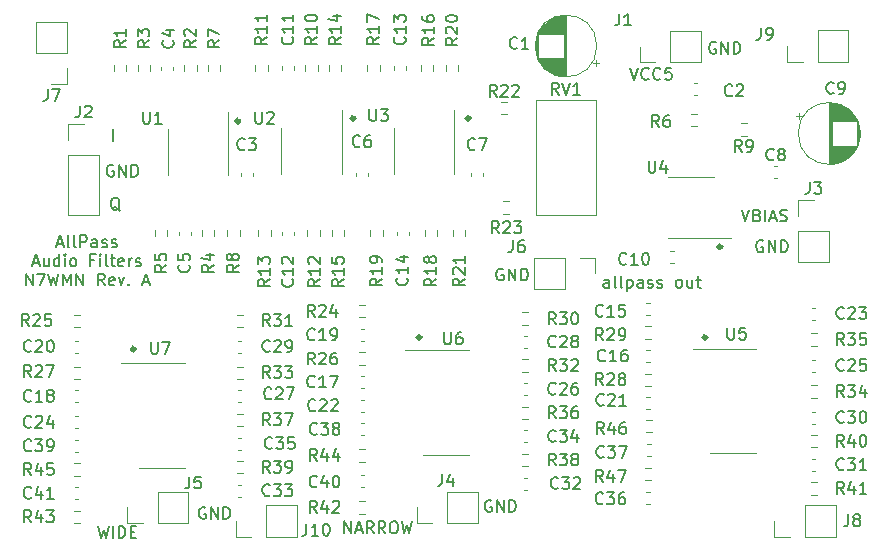
<source format=gbr>
%TF.GenerationSoftware,KiCad,Pcbnew,(6.0.10)*%
%TF.CreationDate,2023-01-04T10:23:57-08:00*%
%TF.ProjectId,audioFilters,61756469-6f46-4696-9c74-6572732e6b69,rev?*%
%TF.SameCoordinates,PX6422c40PY7459280*%
%TF.FileFunction,Legend,Top*%
%TF.FilePolarity,Positive*%
%FSLAX46Y46*%
G04 Gerber Fmt 4.6, Leading zero omitted, Abs format (unit mm)*
G04 Created by KiCad (PCBNEW (6.0.10)) date 2023-01-04 10:23:57*
%MOMM*%
%LPD*%
G01*
G04 APERTURE LIST*
%ADD10C,0.325000*%
%ADD11C,0.150000*%
%ADD12C,0.120000*%
G04 APERTURE END LIST*
D10*
X19137500Y36040000D02*
G75*
G03*
X19137500Y36040000I-162500J0D01*
G01*
X58687500Y17740000D02*
G75*
G03*
X58687500Y17740000I-162500J0D01*
G01*
X59962500Y25400000D02*
G75*
G03*
X59962500Y25400000I-162500J0D01*
G01*
X10287500Y16740000D02*
G75*
G03*
X10287500Y16740000I-162500J0D01*
G01*
X34487500Y17740000D02*
G75*
G03*
X34487500Y17740000I-162500J0D01*
G01*
X28887500Y36290000D02*
G75*
G03*
X28887500Y36290000I-162500J0D01*
G01*
X38637500Y36290000D02*
G75*
G03*
X38637500Y36290000I-162500J0D01*
G01*
D11*
X50404761Y21947620D02*
X50404761Y22471429D01*
X50357142Y22566667D01*
X50261904Y22614286D01*
X50071428Y22614286D01*
X49976190Y22566667D01*
X50404761Y21995239D02*
X50309523Y21947620D01*
X50071428Y21947620D01*
X49976190Y21995239D01*
X49928571Y22090477D01*
X49928571Y22185715D01*
X49976190Y22280953D01*
X50071428Y22328572D01*
X50309523Y22328572D01*
X50404761Y22376191D01*
X51023809Y21947620D02*
X50928571Y21995239D01*
X50880952Y22090477D01*
X50880952Y22947620D01*
X51547619Y21947620D02*
X51452380Y21995239D01*
X51404761Y22090477D01*
X51404761Y22947620D01*
X51928571Y22614286D02*
X51928571Y21614286D01*
X51928571Y22566667D02*
X52023809Y22614286D01*
X52214285Y22614286D01*
X52309523Y22566667D01*
X52357142Y22519048D01*
X52404761Y22423810D01*
X52404761Y22138096D01*
X52357142Y22042858D01*
X52309523Y21995239D01*
X52214285Y21947620D01*
X52023809Y21947620D01*
X51928571Y21995239D01*
X53261904Y21947620D02*
X53261904Y22471429D01*
X53214285Y22566667D01*
X53119047Y22614286D01*
X52928571Y22614286D01*
X52833333Y22566667D01*
X53261904Y21995239D02*
X53166666Y21947620D01*
X52928571Y21947620D01*
X52833333Y21995239D01*
X52785714Y22090477D01*
X52785714Y22185715D01*
X52833333Y22280953D01*
X52928571Y22328572D01*
X53166666Y22328572D01*
X53261904Y22376191D01*
X53690476Y21995239D02*
X53785714Y21947620D01*
X53976190Y21947620D01*
X54071428Y21995239D01*
X54119047Y22090477D01*
X54119047Y22138096D01*
X54071428Y22233334D01*
X53976190Y22280953D01*
X53833333Y22280953D01*
X53738095Y22328572D01*
X53690476Y22423810D01*
X53690476Y22471429D01*
X53738095Y22566667D01*
X53833333Y22614286D01*
X53976190Y22614286D01*
X54071428Y22566667D01*
X54500000Y21995239D02*
X54595238Y21947620D01*
X54785714Y21947620D01*
X54880952Y21995239D01*
X54928571Y22090477D01*
X54928571Y22138096D01*
X54880952Y22233334D01*
X54785714Y22280953D01*
X54642857Y22280953D01*
X54547619Y22328572D01*
X54500000Y22423810D01*
X54500000Y22471429D01*
X54547619Y22566667D01*
X54642857Y22614286D01*
X54785714Y22614286D01*
X54880952Y22566667D01*
X56261904Y21947620D02*
X56166666Y21995239D01*
X56119047Y22042858D01*
X56071428Y22138096D01*
X56071428Y22423810D01*
X56119047Y22519048D01*
X56166666Y22566667D01*
X56261904Y22614286D01*
X56404761Y22614286D01*
X56500000Y22566667D01*
X56547619Y22519048D01*
X56595238Y22423810D01*
X56595238Y22138096D01*
X56547619Y22042858D01*
X56500000Y21995239D01*
X56404761Y21947620D01*
X56261904Y21947620D01*
X57452380Y22614286D02*
X57452380Y21947620D01*
X57023809Y22614286D02*
X57023809Y22090477D01*
X57071428Y21995239D01*
X57166666Y21947620D01*
X57309523Y21947620D01*
X57404761Y21995239D01*
X57452380Y22042858D01*
X57785714Y22614286D02*
X58166666Y22614286D01*
X57928571Y22947620D02*
X57928571Y22090477D01*
X57976190Y21995239D01*
X58071428Y21947620D01*
X58166666Y21947620D01*
X8980952Y28452381D02*
X8885714Y28500000D01*
X8790476Y28595239D01*
X8647619Y28738096D01*
X8552380Y28785715D01*
X8457142Y28785715D01*
X8504761Y28547620D02*
X8409523Y28595239D01*
X8314285Y28690477D01*
X8266666Y28880953D01*
X8266666Y29214286D01*
X8314285Y29404762D01*
X8409523Y29500000D01*
X8504761Y29547620D01*
X8695238Y29547620D01*
X8790476Y29500000D01*
X8885714Y29404762D01*
X8933333Y29214286D01*
X8933333Y28880953D01*
X8885714Y28690477D01*
X8790476Y28595239D01*
X8695238Y28547620D01*
X8504761Y28547620D01*
X59438095Y42700000D02*
X59342857Y42747620D01*
X59200000Y42747620D01*
X59057142Y42700000D01*
X58961904Y42604762D01*
X58914285Y42509524D01*
X58866666Y42319048D01*
X58866666Y42176191D01*
X58914285Y41985715D01*
X58961904Y41890477D01*
X59057142Y41795239D01*
X59200000Y41747620D01*
X59295238Y41747620D01*
X59438095Y41795239D01*
X59485714Y41842858D01*
X59485714Y42176191D01*
X59295238Y42176191D01*
X59914285Y41747620D02*
X59914285Y42747620D01*
X60485714Y41747620D01*
X60485714Y42747620D01*
X60961904Y41747620D02*
X60961904Y42747620D01*
X61200000Y42747620D01*
X61342857Y42700000D01*
X61438095Y42604762D01*
X61485714Y42509524D01*
X61533333Y42319048D01*
X61533333Y42176191D01*
X61485714Y41985715D01*
X61438095Y41890477D01*
X61342857Y41795239D01*
X61200000Y41747620D01*
X60961904Y41747620D01*
X41438095Y23500000D02*
X41342857Y23547620D01*
X41200000Y23547620D01*
X41057142Y23500000D01*
X40961904Y23404762D01*
X40914285Y23309524D01*
X40866666Y23119048D01*
X40866666Y22976191D01*
X40914285Y22785715D01*
X40961904Y22690477D01*
X41057142Y22595239D01*
X41200000Y22547620D01*
X41295238Y22547620D01*
X41438095Y22595239D01*
X41485714Y22642858D01*
X41485714Y22976191D01*
X41295238Y22976191D01*
X41914285Y22547620D02*
X41914285Y23547620D01*
X42485714Y22547620D01*
X42485714Y23547620D01*
X42961904Y22547620D02*
X42961904Y23547620D01*
X43200000Y23547620D01*
X43342857Y23500000D01*
X43438095Y23404762D01*
X43485714Y23309524D01*
X43533333Y23119048D01*
X43533333Y22976191D01*
X43485714Y22785715D01*
X43438095Y22690477D01*
X43342857Y22595239D01*
X43200000Y22547620D01*
X42961904Y22547620D01*
X63438095Y25900000D02*
X63342857Y25947620D01*
X63200000Y25947620D01*
X63057142Y25900000D01*
X62961904Y25804762D01*
X62914285Y25709524D01*
X62866666Y25519048D01*
X62866666Y25376191D01*
X62914285Y25185715D01*
X62961904Y25090477D01*
X63057142Y24995239D01*
X63200000Y24947620D01*
X63295238Y24947620D01*
X63438095Y24995239D01*
X63485714Y25042858D01*
X63485714Y25376191D01*
X63295238Y25376191D01*
X63914285Y24947620D02*
X63914285Y25947620D01*
X64485714Y24947620D01*
X64485714Y25947620D01*
X64961904Y24947620D02*
X64961904Y25947620D01*
X65200000Y25947620D01*
X65342857Y25900000D01*
X65438095Y25804762D01*
X65485714Y25709524D01*
X65533333Y25519048D01*
X65533333Y25376191D01*
X65485714Y25185715D01*
X65438095Y25090477D01*
X65342857Y24995239D01*
X65200000Y24947620D01*
X64961904Y24947620D01*
X27990476Y1147620D02*
X27990476Y2147620D01*
X28561904Y1147620D01*
X28561904Y2147620D01*
X28990476Y1433334D02*
X29466666Y1433334D01*
X28895238Y1147620D02*
X29228571Y2147620D01*
X29561904Y1147620D01*
X30466666Y1147620D02*
X30133333Y1623810D01*
X29895238Y1147620D02*
X29895238Y2147620D01*
X30276190Y2147620D01*
X30371428Y2100000D01*
X30419047Y2052381D01*
X30466666Y1957143D01*
X30466666Y1814286D01*
X30419047Y1719048D01*
X30371428Y1671429D01*
X30276190Y1623810D01*
X29895238Y1623810D01*
X31466666Y1147620D02*
X31133333Y1623810D01*
X30895238Y1147620D02*
X30895238Y2147620D01*
X31276190Y2147620D01*
X31371428Y2100000D01*
X31419047Y2052381D01*
X31466666Y1957143D01*
X31466666Y1814286D01*
X31419047Y1719048D01*
X31371428Y1671429D01*
X31276190Y1623810D01*
X30895238Y1623810D01*
X32085714Y2147620D02*
X32276190Y2147620D01*
X32371428Y2100000D01*
X32466666Y2004762D01*
X32514285Y1814286D01*
X32514285Y1480953D01*
X32466666Y1290477D01*
X32371428Y1195239D01*
X32276190Y1147620D01*
X32085714Y1147620D01*
X31990476Y1195239D01*
X31895238Y1290477D01*
X31847619Y1480953D01*
X31847619Y1814286D01*
X31895238Y2004762D01*
X31990476Y2100000D01*
X32085714Y2147620D01*
X32847619Y2147620D02*
X33085714Y1147620D01*
X33276190Y1861905D01*
X33466666Y1147620D01*
X33704761Y2147620D01*
X8400000Y34347620D02*
X8400000Y35347620D01*
X8438095Y32300000D02*
X8342857Y32347620D01*
X8200000Y32347620D01*
X8057142Y32300000D01*
X7961904Y32204762D01*
X7914285Y32109524D01*
X7866666Y31919048D01*
X7866666Y31776191D01*
X7914285Y31585715D01*
X7961904Y31490477D01*
X8057142Y31395239D01*
X8200000Y31347620D01*
X8295238Y31347620D01*
X8438095Y31395239D01*
X8485714Y31442858D01*
X8485714Y31776191D01*
X8295238Y31776191D01*
X8914285Y31347620D02*
X8914285Y32347620D01*
X9485714Y31347620D01*
X9485714Y32347620D01*
X9961904Y31347620D02*
X9961904Y32347620D01*
X10200000Y32347620D01*
X10342857Y32300000D01*
X10438095Y32204762D01*
X10485714Y32109524D01*
X10533333Y31919048D01*
X10533333Y31776191D01*
X10485714Y31585715D01*
X10438095Y31490477D01*
X10342857Y31395239D01*
X10200000Y31347620D01*
X9961904Y31347620D01*
X7180952Y1747620D02*
X7419047Y747620D01*
X7609523Y1461905D01*
X7800000Y747620D01*
X8038095Y1747620D01*
X8419047Y747620D02*
X8419047Y1747620D01*
X8895238Y747620D02*
X8895238Y1747620D01*
X9133333Y1747620D01*
X9276190Y1700000D01*
X9371428Y1604762D01*
X9419047Y1509524D01*
X9466666Y1319048D01*
X9466666Y1176191D01*
X9419047Y985715D01*
X9371428Y890477D01*
X9276190Y795239D01*
X9133333Y747620D01*
X8895238Y747620D01*
X9895238Y1271429D02*
X10228571Y1271429D01*
X10371428Y747620D02*
X9895238Y747620D01*
X9895238Y1747620D01*
X10371428Y1747620D01*
X16238095Y3300000D02*
X16142857Y3347620D01*
X16000000Y3347620D01*
X15857142Y3300000D01*
X15761904Y3204762D01*
X15714285Y3109524D01*
X15666666Y2919048D01*
X15666666Y2776191D01*
X15714285Y2585715D01*
X15761904Y2490477D01*
X15857142Y2395239D01*
X16000000Y2347620D01*
X16095238Y2347620D01*
X16238095Y2395239D01*
X16285714Y2442858D01*
X16285714Y2776191D01*
X16095238Y2776191D01*
X16714285Y2347620D02*
X16714285Y3347620D01*
X17285714Y2347620D01*
X17285714Y3347620D01*
X17761904Y2347620D02*
X17761904Y3347620D01*
X18000000Y3347620D01*
X18142857Y3300000D01*
X18238095Y3204762D01*
X18285714Y3109524D01*
X18333333Y2919048D01*
X18333333Y2776191D01*
X18285714Y2585715D01*
X18238095Y2490477D01*
X18142857Y2395239D01*
X18000000Y2347620D01*
X17761904Y2347620D01*
X3676190Y25643334D02*
X4152380Y25643334D01*
X3580952Y25357620D02*
X3914285Y26357620D01*
X4247619Y25357620D01*
X4723809Y25357620D02*
X4628571Y25405239D01*
X4580952Y25500477D01*
X4580952Y26357620D01*
X5247619Y25357620D02*
X5152380Y25405239D01*
X5104761Y25500477D01*
X5104761Y26357620D01*
X5628571Y25357620D02*
X5628571Y26357620D01*
X6009523Y26357620D01*
X6104761Y26310000D01*
X6152380Y26262381D01*
X6200000Y26167143D01*
X6200000Y26024286D01*
X6152380Y25929048D01*
X6104761Y25881429D01*
X6009523Y25833810D01*
X5628571Y25833810D01*
X7057142Y25357620D02*
X7057142Y25881429D01*
X7009523Y25976667D01*
X6914285Y26024286D01*
X6723809Y26024286D01*
X6628571Y25976667D01*
X7057142Y25405239D02*
X6961904Y25357620D01*
X6723809Y25357620D01*
X6628571Y25405239D01*
X6580952Y25500477D01*
X6580952Y25595715D01*
X6628571Y25690953D01*
X6723809Y25738572D01*
X6961904Y25738572D01*
X7057142Y25786191D01*
X7485714Y25405239D02*
X7580952Y25357620D01*
X7771428Y25357620D01*
X7866666Y25405239D01*
X7914285Y25500477D01*
X7914285Y25548096D01*
X7866666Y25643334D01*
X7771428Y25690953D01*
X7628571Y25690953D01*
X7533333Y25738572D01*
X7485714Y25833810D01*
X7485714Y25881429D01*
X7533333Y25976667D01*
X7628571Y26024286D01*
X7771428Y26024286D01*
X7866666Y25976667D01*
X8295238Y25405239D02*
X8390476Y25357620D01*
X8580952Y25357620D01*
X8676190Y25405239D01*
X8723809Y25500477D01*
X8723809Y25548096D01*
X8676190Y25643334D01*
X8580952Y25690953D01*
X8438095Y25690953D01*
X8342857Y25738572D01*
X8295238Y25833810D01*
X8295238Y25881429D01*
X8342857Y25976667D01*
X8438095Y26024286D01*
X8580952Y26024286D01*
X8676190Y25976667D01*
X1628571Y24033334D02*
X2104761Y24033334D01*
X1533333Y23747620D02*
X1866666Y24747620D01*
X2200000Y23747620D01*
X2961904Y24414286D02*
X2961904Y23747620D01*
X2533333Y24414286D02*
X2533333Y23890477D01*
X2580952Y23795239D01*
X2676190Y23747620D01*
X2819047Y23747620D01*
X2914285Y23795239D01*
X2961904Y23842858D01*
X3866666Y23747620D02*
X3866666Y24747620D01*
X3866666Y23795239D02*
X3771428Y23747620D01*
X3580952Y23747620D01*
X3485714Y23795239D01*
X3438095Y23842858D01*
X3390476Y23938096D01*
X3390476Y24223810D01*
X3438095Y24319048D01*
X3485714Y24366667D01*
X3580952Y24414286D01*
X3771428Y24414286D01*
X3866666Y24366667D01*
X4342857Y23747620D02*
X4342857Y24414286D01*
X4342857Y24747620D02*
X4295238Y24700000D01*
X4342857Y24652381D01*
X4390476Y24700000D01*
X4342857Y24747620D01*
X4342857Y24652381D01*
X4961904Y23747620D02*
X4866666Y23795239D01*
X4819047Y23842858D01*
X4771428Y23938096D01*
X4771428Y24223810D01*
X4819047Y24319048D01*
X4866666Y24366667D01*
X4961904Y24414286D01*
X5104761Y24414286D01*
X5200000Y24366667D01*
X5247619Y24319048D01*
X5295238Y24223810D01*
X5295238Y23938096D01*
X5247619Y23842858D01*
X5200000Y23795239D01*
X5104761Y23747620D01*
X4961904Y23747620D01*
X6819047Y24271429D02*
X6485714Y24271429D01*
X6485714Y23747620D02*
X6485714Y24747620D01*
X6961904Y24747620D01*
X7342857Y23747620D02*
X7342857Y24414286D01*
X7342857Y24747620D02*
X7295238Y24700000D01*
X7342857Y24652381D01*
X7390476Y24700000D01*
X7342857Y24747620D01*
X7342857Y24652381D01*
X7961904Y23747620D02*
X7866666Y23795239D01*
X7819047Y23890477D01*
X7819047Y24747620D01*
X8200000Y24414286D02*
X8580952Y24414286D01*
X8342857Y24747620D02*
X8342857Y23890477D01*
X8390476Y23795239D01*
X8485714Y23747620D01*
X8580952Y23747620D01*
X9295238Y23795239D02*
X9200000Y23747620D01*
X9009523Y23747620D01*
X8914285Y23795239D01*
X8866666Y23890477D01*
X8866666Y24271429D01*
X8914285Y24366667D01*
X9009523Y24414286D01*
X9200000Y24414286D01*
X9295238Y24366667D01*
X9342857Y24271429D01*
X9342857Y24176191D01*
X8866666Y24080953D01*
X9771428Y23747620D02*
X9771428Y24414286D01*
X9771428Y24223810D02*
X9819047Y24319048D01*
X9866666Y24366667D01*
X9961904Y24414286D01*
X10057142Y24414286D01*
X10342857Y23795239D02*
X10438095Y23747620D01*
X10628571Y23747620D01*
X10723809Y23795239D01*
X10771428Y23890477D01*
X10771428Y23938096D01*
X10723809Y24033334D01*
X10628571Y24080953D01*
X10485714Y24080953D01*
X10390476Y24128572D01*
X10342857Y24223810D01*
X10342857Y24271429D01*
X10390476Y24366667D01*
X10485714Y24414286D01*
X10628571Y24414286D01*
X10723809Y24366667D01*
X1033333Y22137620D02*
X1033333Y23137620D01*
X1604761Y22137620D01*
X1604761Y23137620D01*
X1985714Y23137620D02*
X2652380Y23137620D01*
X2223809Y22137620D01*
X2938095Y23137620D02*
X3176190Y22137620D01*
X3366666Y22851905D01*
X3557142Y22137620D01*
X3795238Y23137620D01*
X4176190Y22137620D02*
X4176190Y23137620D01*
X4509523Y22423334D01*
X4842857Y23137620D01*
X4842857Y22137620D01*
X5319047Y22137620D02*
X5319047Y23137620D01*
X5890476Y22137620D01*
X5890476Y23137620D01*
X7700000Y22137620D02*
X7366666Y22613810D01*
X7128571Y22137620D02*
X7128571Y23137620D01*
X7509523Y23137620D01*
X7604761Y23090000D01*
X7652380Y23042381D01*
X7700000Y22947143D01*
X7700000Y22804286D01*
X7652380Y22709048D01*
X7604761Y22661429D01*
X7509523Y22613810D01*
X7128571Y22613810D01*
X8509523Y22185239D02*
X8414285Y22137620D01*
X8223809Y22137620D01*
X8128571Y22185239D01*
X8080952Y22280477D01*
X8080952Y22661429D01*
X8128571Y22756667D01*
X8223809Y22804286D01*
X8414285Y22804286D01*
X8509523Y22756667D01*
X8557142Y22661429D01*
X8557142Y22566191D01*
X8080952Y22470953D01*
X8890476Y22804286D02*
X9128571Y22137620D01*
X9366666Y22804286D01*
X9747619Y22232858D02*
X9795238Y22185239D01*
X9747619Y22137620D01*
X9700000Y22185239D01*
X9747619Y22232858D01*
X9747619Y22137620D01*
X10938095Y22423334D02*
X11414285Y22423334D01*
X10842857Y22137620D02*
X11176190Y23137620D01*
X11509523Y22137620D01*
X52190476Y40547620D02*
X52523809Y39547620D01*
X52857142Y40547620D01*
X53761904Y39642858D02*
X53714285Y39595239D01*
X53571428Y39547620D01*
X53476190Y39547620D01*
X53333333Y39595239D01*
X53238095Y39690477D01*
X53190476Y39785715D01*
X53142857Y39976191D01*
X53142857Y40119048D01*
X53190476Y40309524D01*
X53238095Y40404762D01*
X53333333Y40500000D01*
X53476190Y40547620D01*
X53571428Y40547620D01*
X53714285Y40500000D01*
X53761904Y40452381D01*
X54761904Y39642858D02*
X54714285Y39595239D01*
X54571428Y39547620D01*
X54476190Y39547620D01*
X54333333Y39595239D01*
X54238095Y39690477D01*
X54190476Y39785715D01*
X54142857Y39976191D01*
X54142857Y40119048D01*
X54190476Y40309524D01*
X54238095Y40404762D01*
X54333333Y40500000D01*
X54476190Y40547620D01*
X54571428Y40547620D01*
X54714285Y40500000D01*
X54761904Y40452381D01*
X55666666Y40547620D02*
X55190476Y40547620D01*
X55142857Y40071429D01*
X55190476Y40119048D01*
X55285714Y40166667D01*
X55523809Y40166667D01*
X55619047Y40119048D01*
X55666666Y40071429D01*
X55714285Y39976191D01*
X55714285Y39738096D01*
X55666666Y39642858D01*
X55619047Y39595239D01*
X55523809Y39547620D01*
X55285714Y39547620D01*
X55190476Y39595239D01*
X55142857Y39642858D01*
X40438095Y3900000D02*
X40342857Y3947620D01*
X40200000Y3947620D01*
X40057142Y3900000D01*
X39961904Y3804762D01*
X39914285Y3709524D01*
X39866666Y3519048D01*
X39866666Y3376191D01*
X39914285Y3185715D01*
X39961904Y3090477D01*
X40057142Y2995239D01*
X40200000Y2947620D01*
X40295238Y2947620D01*
X40438095Y2995239D01*
X40485714Y3042858D01*
X40485714Y3376191D01*
X40295238Y3376191D01*
X40914285Y2947620D02*
X40914285Y3947620D01*
X41485714Y2947620D01*
X41485714Y3947620D01*
X41961904Y2947620D02*
X41961904Y3947620D01*
X42200000Y3947620D01*
X42342857Y3900000D01*
X42438095Y3804762D01*
X42485714Y3709524D01*
X42533333Y3519048D01*
X42533333Y3376191D01*
X42485714Y3185715D01*
X42438095Y3090477D01*
X42342857Y2995239D01*
X42200000Y2947620D01*
X41961904Y2947620D01*
X61623809Y28547620D02*
X61957142Y27547620D01*
X62290476Y28547620D01*
X62957142Y28071429D02*
X63100000Y28023810D01*
X63147619Y27976191D01*
X63195238Y27880953D01*
X63195238Y27738096D01*
X63147619Y27642858D01*
X63100000Y27595239D01*
X63004761Y27547620D01*
X62623809Y27547620D01*
X62623809Y28547620D01*
X62957142Y28547620D01*
X63052380Y28500000D01*
X63100000Y28452381D01*
X63147619Y28357143D01*
X63147619Y28261905D01*
X63100000Y28166667D01*
X63052380Y28119048D01*
X62957142Y28071429D01*
X62623809Y28071429D01*
X63623809Y27547620D02*
X63623809Y28547620D01*
X64052380Y27833334D02*
X64528571Y27833334D01*
X63957142Y27547620D02*
X64290476Y28547620D01*
X64623809Y27547620D01*
X64909523Y27595239D02*
X65052380Y27547620D01*
X65290476Y27547620D01*
X65385714Y27595239D01*
X65433333Y27642858D01*
X65480952Y27738096D01*
X65480952Y27833334D01*
X65433333Y27928572D01*
X65385714Y27976191D01*
X65290476Y28023810D01*
X65100000Y28071429D01*
X65004761Y28119048D01*
X64957142Y28166667D01*
X64909523Y28261905D01*
X64909523Y28357143D01*
X64957142Y28452381D01*
X65004761Y28500000D01*
X65100000Y28547620D01*
X65338095Y28547620D01*
X65480952Y28500000D01*
%TO.C,R20*%
X37577380Y43097143D02*
X37101190Y42763810D01*
X37577380Y42525715D02*
X36577380Y42525715D01*
X36577380Y42906667D01*
X36625000Y43001905D01*
X36672619Y43049524D01*
X36767857Y43097143D01*
X36910714Y43097143D01*
X37005952Y43049524D01*
X37053571Y43001905D01*
X37101190Y42906667D01*
X37101190Y42525715D01*
X36672619Y43478096D02*
X36625000Y43525715D01*
X36577380Y43620953D01*
X36577380Y43859048D01*
X36625000Y43954286D01*
X36672619Y44001905D01*
X36767857Y44049524D01*
X36863095Y44049524D01*
X37005952Y44001905D01*
X37577380Y43430477D01*
X37577380Y44049524D01*
X36577380Y44668572D02*
X36577380Y44763810D01*
X36625000Y44859048D01*
X36672619Y44906667D01*
X36767857Y44954286D01*
X36958333Y45001905D01*
X37196428Y45001905D01*
X37386904Y44954286D01*
X37482142Y44906667D01*
X37529761Y44859048D01*
X37577380Y44763810D01*
X37577380Y44668572D01*
X37529761Y44573334D01*
X37482142Y44525715D01*
X37386904Y44478096D01*
X37196428Y44430477D01*
X36958333Y44430477D01*
X36767857Y44478096D01*
X36672619Y44525715D01*
X36625000Y44573334D01*
X36577380Y44668572D01*
%TO.C,U4*%
X53763095Y32687620D02*
X53763095Y31878096D01*
X53810714Y31782858D01*
X53858333Y31735239D01*
X53953571Y31687620D01*
X54144047Y31687620D01*
X54239285Y31735239D01*
X54286904Y31782858D01*
X54334523Y31878096D01*
X54334523Y32687620D01*
X55239285Y32354286D02*
X55239285Y31687620D01*
X55001190Y32735239D02*
X54763095Y32020953D01*
X55382142Y32020953D01*
%TO.C,C25*%
X70282142Y14982858D02*
X70234523Y14935239D01*
X70091666Y14887620D01*
X69996428Y14887620D01*
X69853571Y14935239D01*
X69758333Y15030477D01*
X69710714Y15125715D01*
X69663095Y15316191D01*
X69663095Y15459048D01*
X69710714Y15649524D01*
X69758333Y15744762D01*
X69853571Y15840000D01*
X69996428Y15887620D01*
X70091666Y15887620D01*
X70234523Y15840000D01*
X70282142Y15792381D01*
X70663095Y15792381D02*
X70710714Y15840000D01*
X70805952Y15887620D01*
X71044047Y15887620D01*
X71139285Y15840000D01*
X71186904Y15792381D01*
X71234523Y15697143D01*
X71234523Y15601905D01*
X71186904Y15459048D01*
X70615476Y14887620D01*
X71234523Y14887620D01*
X72139285Y15887620D02*
X71663095Y15887620D01*
X71615476Y15411429D01*
X71663095Y15459048D01*
X71758333Y15506667D01*
X71996428Y15506667D01*
X72091666Y15459048D01*
X72139285Y15411429D01*
X72186904Y15316191D01*
X72186904Y15078096D01*
X72139285Y14982858D01*
X72091666Y14935239D01*
X71996428Y14887620D01*
X71758333Y14887620D01*
X71663095Y14935239D01*
X71615476Y14982858D01*
%TO.C,J4*%
X36266666Y6147620D02*
X36266666Y5433334D01*
X36219047Y5290477D01*
X36123809Y5195239D01*
X35980952Y5147620D01*
X35885714Y5147620D01*
X37171428Y5814286D02*
X37171428Y5147620D01*
X36933333Y6195239D02*
X36695238Y5480953D01*
X37314285Y5480953D01*
%TO.C,R40*%
X70282142Y8487620D02*
X69948809Y8963810D01*
X69710714Y8487620D02*
X69710714Y9487620D01*
X70091666Y9487620D01*
X70186904Y9440000D01*
X70234523Y9392381D01*
X70282142Y9297143D01*
X70282142Y9154286D01*
X70234523Y9059048D01*
X70186904Y9011429D01*
X70091666Y8963810D01*
X69710714Y8963810D01*
X71139285Y9154286D02*
X71139285Y8487620D01*
X70901190Y9535239D02*
X70663095Y8820953D01*
X71282142Y8820953D01*
X71853571Y9487620D02*
X71948809Y9487620D01*
X72044047Y9440000D01*
X72091666Y9392381D01*
X72139285Y9297143D01*
X72186904Y9106667D01*
X72186904Y8868572D01*
X72139285Y8678096D01*
X72091666Y8582858D01*
X72044047Y8535239D01*
X71948809Y8487620D01*
X71853571Y8487620D01*
X71758333Y8535239D01*
X71710714Y8582858D01*
X71663095Y8678096D01*
X71615476Y8868572D01*
X71615476Y9106667D01*
X71663095Y9297143D01*
X71710714Y9392381D01*
X71758333Y9440000D01*
X71853571Y9487620D01*
%TO.C,R13*%
X21677380Y22647143D02*
X21201190Y22313810D01*
X21677380Y22075715D02*
X20677380Y22075715D01*
X20677380Y22456667D01*
X20725000Y22551905D01*
X20772619Y22599524D01*
X20867857Y22647143D01*
X21010714Y22647143D01*
X21105952Y22599524D01*
X21153571Y22551905D01*
X21201190Y22456667D01*
X21201190Y22075715D01*
X21677380Y23599524D02*
X21677380Y23028096D01*
X21677380Y23313810D02*
X20677380Y23313810D01*
X20820238Y23218572D01*
X20915476Y23123334D01*
X20963095Y23028096D01*
X20677380Y23932858D02*
X20677380Y24551905D01*
X21058333Y24218572D01*
X21058333Y24361429D01*
X21105952Y24456667D01*
X21153571Y24504286D01*
X21248809Y24551905D01*
X21486904Y24551905D01*
X21582142Y24504286D01*
X21629761Y24456667D01*
X21677380Y24361429D01*
X21677380Y24075715D01*
X21629761Y23980477D01*
X21582142Y23932858D01*
%TO.C,C20*%
X1482142Y16582858D02*
X1434523Y16535239D01*
X1291666Y16487620D01*
X1196428Y16487620D01*
X1053571Y16535239D01*
X958333Y16630477D01*
X910714Y16725715D01*
X863095Y16916191D01*
X863095Y17059048D01*
X910714Y17249524D01*
X958333Y17344762D01*
X1053571Y17440000D01*
X1196428Y17487620D01*
X1291666Y17487620D01*
X1434523Y17440000D01*
X1482142Y17392381D01*
X1863095Y17392381D02*
X1910714Y17440000D01*
X2005952Y17487620D01*
X2244047Y17487620D01*
X2339285Y17440000D01*
X2386904Y17392381D01*
X2434523Y17297143D01*
X2434523Y17201905D01*
X2386904Y17059048D01*
X1815476Y16487620D01*
X2434523Y16487620D01*
X3053571Y17487620D02*
X3148809Y17487620D01*
X3244047Y17440000D01*
X3291666Y17392381D01*
X3339285Y17297143D01*
X3386904Y17106667D01*
X3386904Y16868572D01*
X3339285Y16678096D01*
X3291666Y16582858D01*
X3244047Y16535239D01*
X3148809Y16487620D01*
X3053571Y16487620D01*
X2958333Y16535239D01*
X2910714Y16582858D01*
X2863095Y16678096D01*
X2815476Y16868572D01*
X2815476Y17106667D01*
X2863095Y17297143D01*
X2910714Y17392381D01*
X2958333Y17440000D01*
X3053571Y17487620D01*
%TO.C,J8*%
X70666666Y2747620D02*
X70666666Y2033334D01*
X70619047Y1890477D01*
X70523809Y1795239D01*
X70380952Y1747620D01*
X70285714Y1747620D01*
X71285714Y2319048D02*
X71190476Y2366667D01*
X71142857Y2414286D01*
X71095238Y2509524D01*
X71095238Y2557143D01*
X71142857Y2652381D01*
X71190476Y2700000D01*
X71285714Y2747620D01*
X71476190Y2747620D01*
X71571428Y2700000D01*
X71619047Y2652381D01*
X71666666Y2557143D01*
X71666666Y2509524D01*
X71619047Y2414286D01*
X71571428Y2366667D01*
X71476190Y2319048D01*
X71285714Y2319048D01*
X71190476Y2271429D01*
X71142857Y2223810D01*
X71095238Y2128572D01*
X71095238Y1938096D01*
X71142857Y1842858D01*
X71190476Y1795239D01*
X71285714Y1747620D01*
X71476190Y1747620D01*
X71571428Y1795239D01*
X71619047Y1842858D01*
X71666666Y1938096D01*
X71666666Y2128572D01*
X71619047Y2223810D01*
X71571428Y2271429D01*
X71476190Y2319048D01*
%TO.C,R38*%
X45882142Y6887620D02*
X45548809Y7363810D01*
X45310714Y6887620D02*
X45310714Y7887620D01*
X45691666Y7887620D01*
X45786904Y7840000D01*
X45834523Y7792381D01*
X45882142Y7697143D01*
X45882142Y7554286D01*
X45834523Y7459048D01*
X45786904Y7411429D01*
X45691666Y7363810D01*
X45310714Y7363810D01*
X46215476Y7887620D02*
X46834523Y7887620D01*
X46501190Y7506667D01*
X46644047Y7506667D01*
X46739285Y7459048D01*
X46786904Y7411429D01*
X46834523Y7316191D01*
X46834523Y7078096D01*
X46786904Y6982858D01*
X46739285Y6935239D01*
X46644047Y6887620D01*
X46358333Y6887620D01*
X46263095Y6935239D01*
X46215476Y6982858D01*
X47405952Y7459048D02*
X47310714Y7506667D01*
X47263095Y7554286D01*
X47215476Y7649524D01*
X47215476Y7697143D01*
X47263095Y7792381D01*
X47310714Y7840000D01*
X47405952Y7887620D01*
X47596428Y7887620D01*
X47691666Y7840000D01*
X47739285Y7792381D01*
X47786904Y7697143D01*
X47786904Y7649524D01*
X47739285Y7554286D01*
X47691666Y7506667D01*
X47596428Y7459048D01*
X47405952Y7459048D01*
X47310714Y7411429D01*
X47263095Y7363810D01*
X47215476Y7268572D01*
X47215476Y7078096D01*
X47263095Y6982858D01*
X47310714Y6935239D01*
X47405952Y6887620D01*
X47596428Y6887620D01*
X47691666Y6935239D01*
X47739285Y6982858D01*
X47786904Y7078096D01*
X47786904Y7268572D01*
X47739285Y7363810D01*
X47691666Y7411429D01*
X47596428Y7459048D01*
%TO.C,C11*%
X23582142Y43147143D02*
X23629761Y43099524D01*
X23677380Y42956667D01*
X23677380Y42861429D01*
X23629761Y42718572D01*
X23534523Y42623334D01*
X23439285Y42575715D01*
X23248809Y42528096D01*
X23105952Y42528096D01*
X22915476Y42575715D01*
X22820238Y42623334D01*
X22725000Y42718572D01*
X22677380Y42861429D01*
X22677380Y42956667D01*
X22725000Y43099524D01*
X22772619Y43147143D01*
X23677380Y44099524D02*
X23677380Y43528096D01*
X23677380Y43813810D02*
X22677380Y43813810D01*
X22820238Y43718572D01*
X22915476Y43623334D01*
X22963095Y43528096D01*
X23677380Y45051905D02*
X23677380Y44480477D01*
X23677380Y44766191D02*
X22677380Y44766191D01*
X22820238Y44670953D01*
X22915476Y44575715D01*
X22963095Y44480477D01*
%TO.C,C7*%
X39058333Y33682858D02*
X39010714Y33635239D01*
X38867857Y33587620D01*
X38772619Y33587620D01*
X38629761Y33635239D01*
X38534523Y33730477D01*
X38486904Y33825715D01*
X38439285Y34016191D01*
X38439285Y34159048D01*
X38486904Y34349524D01*
X38534523Y34444762D01*
X38629761Y34540000D01*
X38772619Y34587620D01*
X38867857Y34587620D01*
X39010714Y34540000D01*
X39058333Y34492381D01*
X39391666Y34587620D02*
X40058333Y34587620D01*
X39629761Y33587620D01*
%TO.C,C19*%
X25482142Y17582858D02*
X25434523Y17535239D01*
X25291666Y17487620D01*
X25196428Y17487620D01*
X25053571Y17535239D01*
X24958333Y17630477D01*
X24910714Y17725715D01*
X24863095Y17916191D01*
X24863095Y18059048D01*
X24910714Y18249524D01*
X24958333Y18344762D01*
X25053571Y18440000D01*
X25196428Y18487620D01*
X25291666Y18487620D01*
X25434523Y18440000D01*
X25482142Y18392381D01*
X26434523Y17487620D02*
X25863095Y17487620D01*
X26148809Y17487620D02*
X26148809Y18487620D01*
X26053571Y18344762D01*
X25958333Y18249524D01*
X25863095Y18201905D01*
X26910714Y17487620D02*
X27101190Y17487620D01*
X27196428Y17535239D01*
X27244047Y17582858D01*
X27339285Y17725715D01*
X27386904Y17916191D01*
X27386904Y18297143D01*
X27339285Y18392381D01*
X27291666Y18440000D01*
X27196428Y18487620D01*
X27005952Y18487620D01*
X26910714Y18440000D01*
X26863095Y18392381D01*
X26815476Y18297143D01*
X26815476Y18059048D01*
X26863095Y17963810D01*
X26910714Y17916191D01*
X27005952Y17868572D01*
X27196428Y17868572D01*
X27291666Y17916191D01*
X27339285Y17963810D01*
X27386904Y18059048D01*
%TO.C,C6*%
X29308333Y33932858D02*
X29260714Y33885239D01*
X29117857Y33837620D01*
X29022619Y33837620D01*
X28879761Y33885239D01*
X28784523Y33980477D01*
X28736904Y34075715D01*
X28689285Y34266191D01*
X28689285Y34409048D01*
X28736904Y34599524D01*
X28784523Y34694762D01*
X28879761Y34790000D01*
X29022619Y34837620D01*
X29117857Y34837620D01*
X29260714Y34790000D01*
X29308333Y34742381D01*
X30165476Y34837620D02*
X29975000Y34837620D01*
X29879761Y34790000D01*
X29832142Y34742381D01*
X29736904Y34599524D01*
X29689285Y34409048D01*
X29689285Y34028096D01*
X29736904Y33932858D01*
X29784523Y33885239D01*
X29879761Y33837620D01*
X30070238Y33837620D01*
X30165476Y33885239D01*
X30213095Y33932858D01*
X30260714Y34028096D01*
X30260714Y34266191D01*
X30213095Y34361429D01*
X30165476Y34409048D01*
X30070238Y34456667D01*
X29879761Y34456667D01*
X29784523Y34409048D01*
X29736904Y34361429D01*
X29689285Y34266191D01*
%TO.C,R9*%
X61645833Y33457620D02*
X61312500Y33933810D01*
X61074404Y33457620D02*
X61074404Y34457620D01*
X61455357Y34457620D01*
X61550595Y34410000D01*
X61598214Y34362381D01*
X61645833Y34267143D01*
X61645833Y34124286D01*
X61598214Y34029048D01*
X61550595Y33981429D01*
X61455357Y33933810D01*
X61074404Y33933810D01*
X62122023Y33457620D02*
X62312500Y33457620D01*
X62407738Y33505239D01*
X62455357Y33552858D01*
X62550595Y33695715D01*
X62598214Y33886191D01*
X62598214Y34267143D01*
X62550595Y34362381D01*
X62502976Y34410000D01*
X62407738Y34457620D01*
X62217261Y34457620D01*
X62122023Y34410000D01*
X62074404Y34362381D01*
X62026785Y34267143D01*
X62026785Y34029048D01*
X62074404Y33933810D01*
X62122023Y33886191D01*
X62217261Y33838572D01*
X62407738Y33838572D01*
X62502976Y33886191D01*
X62550595Y33933810D01*
X62598214Y34029048D01*
%TO.C,C23*%
X70282142Y19382858D02*
X70234523Y19335239D01*
X70091666Y19287620D01*
X69996428Y19287620D01*
X69853571Y19335239D01*
X69758333Y19430477D01*
X69710714Y19525715D01*
X69663095Y19716191D01*
X69663095Y19859048D01*
X69710714Y20049524D01*
X69758333Y20144762D01*
X69853571Y20240000D01*
X69996428Y20287620D01*
X70091666Y20287620D01*
X70234523Y20240000D01*
X70282142Y20192381D01*
X70663095Y20192381D02*
X70710714Y20240000D01*
X70805952Y20287620D01*
X71044047Y20287620D01*
X71139285Y20240000D01*
X71186904Y20192381D01*
X71234523Y20097143D01*
X71234523Y20001905D01*
X71186904Y19859048D01*
X70615476Y19287620D01*
X71234523Y19287620D01*
X71567857Y20287620D02*
X72186904Y20287620D01*
X71853571Y19906667D01*
X71996428Y19906667D01*
X72091666Y19859048D01*
X72139285Y19811429D01*
X72186904Y19716191D01*
X72186904Y19478096D01*
X72139285Y19382858D01*
X72091666Y19335239D01*
X71996428Y19287620D01*
X71710714Y19287620D01*
X71615476Y19335239D01*
X71567857Y19382858D01*
%TO.C,C36*%
X49882142Y3695358D02*
X49834523Y3647739D01*
X49691666Y3600120D01*
X49596428Y3600120D01*
X49453571Y3647739D01*
X49358333Y3742977D01*
X49310714Y3838215D01*
X49263095Y4028691D01*
X49263095Y4171548D01*
X49310714Y4362024D01*
X49358333Y4457262D01*
X49453571Y4552500D01*
X49596428Y4600120D01*
X49691666Y4600120D01*
X49834523Y4552500D01*
X49882142Y4504881D01*
X50215476Y4600120D02*
X50834523Y4600120D01*
X50501190Y4219167D01*
X50644047Y4219167D01*
X50739285Y4171548D01*
X50786904Y4123929D01*
X50834523Y4028691D01*
X50834523Y3790596D01*
X50786904Y3695358D01*
X50739285Y3647739D01*
X50644047Y3600120D01*
X50358333Y3600120D01*
X50263095Y3647739D01*
X50215476Y3695358D01*
X51691666Y4600120D02*
X51501190Y4600120D01*
X51405952Y4552500D01*
X51358333Y4504881D01*
X51263095Y4362024D01*
X51215476Y4171548D01*
X51215476Y3790596D01*
X51263095Y3695358D01*
X51310714Y3647739D01*
X51405952Y3600120D01*
X51596428Y3600120D01*
X51691666Y3647739D01*
X51739285Y3695358D01*
X51786904Y3790596D01*
X51786904Y4028691D01*
X51739285Y4123929D01*
X51691666Y4171548D01*
X51596428Y4219167D01*
X51405952Y4219167D01*
X51310714Y4171548D01*
X51263095Y4123929D01*
X51215476Y4028691D01*
%TO.C,C29*%
X21682142Y16582858D02*
X21634523Y16535239D01*
X21491666Y16487620D01*
X21396428Y16487620D01*
X21253571Y16535239D01*
X21158333Y16630477D01*
X21110714Y16725715D01*
X21063095Y16916191D01*
X21063095Y17059048D01*
X21110714Y17249524D01*
X21158333Y17344762D01*
X21253571Y17440000D01*
X21396428Y17487620D01*
X21491666Y17487620D01*
X21634523Y17440000D01*
X21682142Y17392381D01*
X22063095Y17392381D02*
X22110714Y17440000D01*
X22205952Y17487620D01*
X22444047Y17487620D01*
X22539285Y17440000D01*
X22586904Y17392381D01*
X22634523Y17297143D01*
X22634523Y17201905D01*
X22586904Y17059048D01*
X22015476Y16487620D01*
X22634523Y16487620D01*
X23110714Y16487620D02*
X23301190Y16487620D01*
X23396428Y16535239D01*
X23444047Y16582858D01*
X23539285Y16725715D01*
X23586904Y16916191D01*
X23586904Y17297143D01*
X23539285Y17392381D01*
X23491666Y17440000D01*
X23396428Y17487620D01*
X23205952Y17487620D01*
X23110714Y17440000D01*
X23063095Y17392381D01*
X23015476Y17297143D01*
X23015476Y17059048D01*
X23063095Y16963810D01*
X23110714Y16916191D01*
X23205952Y16868572D01*
X23396428Y16868572D01*
X23491666Y16916191D01*
X23539285Y16963810D01*
X23586904Y17059048D01*
%TO.C,C16*%
X50082142Y15782858D02*
X50034523Y15735239D01*
X49891666Y15687620D01*
X49796428Y15687620D01*
X49653571Y15735239D01*
X49558333Y15830477D01*
X49510714Y15925715D01*
X49463095Y16116191D01*
X49463095Y16259048D01*
X49510714Y16449524D01*
X49558333Y16544762D01*
X49653571Y16640000D01*
X49796428Y16687620D01*
X49891666Y16687620D01*
X50034523Y16640000D01*
X50082142Y16592381D01*
X51034523Y15687620D02*
X50463095Y15687620D01*
X50748809Y15687620D02*
X50748809Y16687620D01*
X50653571Y16544762D01*
X50558333Y16449524D01*
X50463095Y16401905D01*
X51891666Y16687620D02*
X51701190Y16687620D01*
X51605952Y16640000D01*
X51558333Y16592381D01*
X51463095Y16449524D01*
X51415476Y16259048D01*
X51415476Y15878096D01*
X51463095Y15782858D01*
X51510714Y15735239D01*
X51605952Y15687620D01*
X51796428Y15687620D01*
X51891666Y15735239D01*
X51939285Y15782858D01*
X51986904Y15878096D01*
X51986904Y16116191D01*
X51939285Y16211429D01*
X51891666Y16259048D01*
X51796428Y16306667D01*
X51605952Y16306667D01*
X51510714Y16259048D01*
X51463095Y16211429D01*
X51415476Y16116191D01*
%TO.C,R46*%
X49957142Y9547620D02*
X49623809Y10023810D01*
X49385714Y9547620D02*
X49385714Y10547620D01*
X49766666Y10547620D01*
X49861904Y10500000D01*
X49909523Y10452381D01*
X49957142Y10357143D01*
X49957142Y10214286D01*
X49909523Y10119048D01*
X49861904Y10071429D01*
X49766666Y10023810D01*
X49385714Y10023810D01*
X50814285Y10214286D02*
X50814285Y9547620D01*
X50576190Y10595239D02*
X50338095Y9880953D01*
X50957142Y9880953D01*
X51766666Y10547620D02*
X51576190Y10547620D01*
X51480952Y10500000D01*
X51433333Y10452381D01*
X51338095Y10309524D01*
X51290476Y10119048D01*
X51290476Y9738096D01*
X51338095Y9642858D01*
X51385714Y9595239D01*
X51480952Y9547620D01*
X51671428Y9547620D01*
X51766666Y9595239D01*
X51814285Y9642858D01*
X51861904Y9738096D01*
X51861904Y9976191D01*
X51814285Y10071429D01*
X51766666Y10119048D01*
X51671428Y10166667D01*
X51480952Y10166667D01*
X51385714Y10119048D01*
X51338095Y10071429D01*
X51290476Y9976191D01*
%TO.C,R1*%
X9479880Y42873334D02*
X9003690Y42540000D01*
X9479880Y42301905D02*
X8479880Y42301905D01*
X8479880Y42682858D01*
X8527500Y42778096D01*
X8575119Y42825715D01*
X8670357Y42873334D01*
X8813214Y42873334D01*
X8908452Y42825715D01*
X8956071Y42778096D01*
X9003690Y42682858D01*
X9003690Y42301905D01*
X9479880Y43825715D02*
X9479880Y43254286D01*
X9479880Y43540000D02*
X8479880Y43540000D01*
X8622738Y43444762D01*
X8717976Y43349524D01*
X8765595Y43254286D01*
%TO.C,C18*%
X1482142Y12382858D02*
X1434523Y12335239D01*
X1291666Y12287620D01*
X1196428Y12287620D01*
X1053571Y12335239D01*
X958333Y12430477D01*
X910714Y12525715D01*
X863095Y12716191D01*
X863095Y12859048D01*
X910714Y13049524D01*
X958333Y13144762D01*
X1053571Y13240000D01*
X1196428Y13287620D01*
X1291666Y13287620D01*
X1434523Y13240000D01*
X1482142Y13192381D01*
X2434523Y12287620D02*
X1863095Y12287620D01*
X2148809Y12287620D02*
X2148809Y13287620D01*
X2053571Y13144762D01*
X1958333Y13049524D01*
X1863095Y13001905D01*
X3005952Y12859048D02*
X2910714Y12906667D01*
X2863095Y12954286D01*
X2815476Y13049524D01*
X2815476Y13097143D01*
X2863095Y13192381D01*
X2910714Y13240000D01*
X3005952Y13287620D01*
X3196428Y13287620D01*
X3291666Y13240000D01*
X3339285Y13192381D01*
X3386904Y13097143D01*
X3386904Y13049524D01*
X3339285Y12954286D01*
X3291666Y12906667D01*
X3196428Y12859048D01*
X3005952Y12859048D01*
X2910714Y12811429D01*
X2863095Y12763810D01*
X2815476Y12668572D01*
X2815476Y12478096D01*
X2863095Y12382858D01*
X2910714Y12335239D01*
X3005952Y12287620D01*
X3196428Y12287620D01*
X3291666Y12335239D01*
X3339285Y12382858D01*
X3386904Y12478096D01*
X3386904Y12668572D01*
X3339285Y12763810D01*
X3291666Y12811429D01*
X3196428Y12859048D01*
%TO.C,R37*%
X21682142Y10287620D02*
X21348809Y10763810D01*
X21110714Y10287620D02*
X21110714Y11287620D01*
X21491666Y11287620D01*
X21586904Y11240000D01*
X21634523Y11192381D01*
X21682142Y11097143D01*
X21682142Y10954286D01*
X21634523Y10859048D01*
X21586904Y10811429D01*
X21491666Y10763810D01*
X21110714Y10763810D01*
X22015476Y11287620D02*
X22634523Y11287620D01*
X22301190Y10906667D01*
X22444047Y10906667D01*
X22539285Y10859048D01*
X22586904Y10811429D01*
X22634523Y10716191D01*
X22634523Y10478096D01*
X22586904Y10382858D01*
X22539285Y10335239D01*
X22444047Y10287620D01*
X22158333Y10287620D01*
X22063095Y10335239D01*
X22015476Y10382858D01*
X22967857Y11287620D02*
X23634523Y11287620D01*
X23205952Y10287620D01*
%TO.C,C14*%
X33282142Y22759643D02*
X33329761Y22712024D01*
X33377380Y22569167D01*
X33377380Y22473929D01*
X33329761Y22331072D01*
X33234523Y22235834D01*
X33139285Y22188215D01*
X32948809Y22140596D01*
X32805952Y22140596D01*
X32615476Y22188215D01*
X32520238Y22235834D01*
X32425000Y22331072D01*
X32377380Y22473929D01*
X32377380Y22569167D01*
X32425000Y22712024D01*
X32472619Y22759643D01*
X33377380Y23712024D02*
X33377380Y23140596D01*
X33377380Y23426310D02*
X32377380Y23426310D01*
X32520238Y23331072D01*
X32615476Y23235834D01*
X32663095Y23140596D01*
X32710714Y24569167D02*
X33377380Y24569167D01*
X32329761Y24331072D02*
X33044047Y24092977D01*
X33044047Y24712024D01*
%TO.C,J2*%
X5591666Y37357620D02*
X5591666Y36643334D01*
X5544047Y36500477D01*
X5448809Y36405239D01*
X5305952Y36357620D01*
X5210714Y36357620D01*
X6020238Y37262381D02*
X6067857Y37310000D01*
X6163095Y37357620D01*
X6401190Y37357620D01*
X6496428Y37310000D01*
X6544047Y37262381D01*
X6591666Y37167143D01*
X6591666Y37071905D01*
X6544047Y36929048D01*
X5972619Y36357620D01*
X6591666Y36357620D01*
%TO.C,R31*%
X21682142Y18687620D02*
X21348809Y19163810D01*
X21110714Y18687620D02*
X21110714Y19687620D01*
X21491666Y19687620D01*
X21586904Y19640000D01*
X21634523Y19592381D01*
X21682142Y19497143D01*
X21682142Y19354286D01*
X21634523Y19259048D01*
X21586904Y19211429D01*
X21491666Y19163810D01*
X21110714Y19163810D01*
X22015476Y19687620D02*
X22634523Y19687620D01*
X22301190Y19306667D01*
X22444047Y19306667D01*
X22539285Y19259048D01*
X22586904Y19211429D01*
X22634523Y19116191D01*
X22634523Y18878096D01*
X22586904Y18782858D01*
X22539285Y18735239D01*
X22444047Y18687620D01*
X22158333Y18687620D01*
X22063095Y18735239D01*
X22015476Y18782858D01*
X23586904Y18687620D02*
X23015476Y18687620D01*
X23301190Y18687620D02*
X23301190Y19687620D01*
X23205952Y19544762D01*
X23110714Y19449524D01*
X23015476Y19401905D01*
%TO.C,R42*%
X25682142Y2887620D02*
X25348809Y3363810D01*
X25110714Y2887620D02*
X25110714Y3887620D01*
X25491666Y3887620D01*
X25586904Y3840000D01*
X25634523Y3792381D01*
X25682142Y3697143D01*
X25682142Y3554286D01*
X25634523Y3459048D01*
X25586904Y3411429D01*
X25491666Y3363810D01*
X25110714Y3363810D01*
X26539285Y3554286D02*
X26539285Y2887620D01*
X26301190Y3935239D02*
X26063095Y3220953D01*
X26682142Y3220953D01*
X27015476Y3792381D02*
X27063095Y3840000D01*
X27158333Y3887620D01*
X27396428Y3887620D01*
X27491666Y3840000D01*
X27539285Y3792381D01*
X27586904Y3697143D01*
X27586904Y3601905D01*
X27539285Y3459048D01*
X26967857Y2887620D01*
X27586904Y2887620D01*
%TO.C,C27*%
X21819642Y12582858D02*
X21772023Y12535239D01*
X21629166Y12487620D01*
X21533928Y12487620D01*
X21391071Y12535239D01*
X21295833Y12630477D01*
X21248214Y12725715D01*
X21200595Y12916191D01*
X21200595Y13059048D01*
X21248214Y13249524D01*
X21295833Y13344762D01*
X21391071Y13440000D01*
X21533928Y13487620D01*
X21629166Y13487620D01*
X21772023Y13440000D01*
X21819642Y13392381D01*
X22200595Y13392381D02*
X22248214Y13440000D01*
X22343452Y13487620D01*
X22581547Y13487620D01*
X22676785Y13440000D01*
X22724404Y13392381D01*
X22772023Y13297143D01*
X22772023Y13201905D01*
X22724404Y13059048D01*
X22152976Y12487620D01*
X22772023Y12487620D01*
X23105357Y13487620D02*
X23772023Y13487620D01*
X23343452Y12487620D01*
%TO.C,R33*%
X21682142Y14287620D02*
X21348809Y14763810D01*
X21110714Y14287620D02*
X21110714Y15287620D01*
X21491666Y15287620D01*
X21586904Y15240000D01*
X21634523Y15192381D01*
X21682142Y15097143D01*
X21682142Y14954286D01*
X21634523Y14859048D01*
X21586904Y14811429D01*
X21491666Y14763810D01*
X21110714Y14763810D01*
X22015476Y15287620D02*
X22634523Y15287620D01*
X22301190Y14906667D01*
X22444047Y14906667D01*
X22539285Y14859048D01*
X22586904Y14811429D01*
X22634523Y14716191D01*
X22634523Y14478096D01*
X22586904Y14382858D01*
X22539285Y14335239D01*
X22444047Y14287620D01*
X22158333Y14287620D01*
X22063095Y14335239D01*
X22015476Y14382858D01*
X22967857Y15287620D02*
X23586904Y15287620D01*
X23253571Y14906667D01*
X23396428Y14906667D01*
X23491666Y14859048D01*
X23539285Y14811429D01*
X23586904Y14716191D01*
X23586904Y14478096D01*
X23539285Y14382858D01*
X23491666Y14335239D01*
X23396428Y14287620D01*
X23110714Y14287620D01*
X23015476Y14335239D01*
X22967857Y14382858D01*
%TO.C,J10*%
X24790476Y1947620D02*
X24790476Y1233334D01*
X24742857Y1090477D01*
X24647619Y995239D01*
X24504761Y947620D01*
X24409523Y947620D01*
X25790476Y947620D02*
X25219047Y947620D01*
X25504761Y947620D02*
X25504761Y1947620D01*
X25409523Y1804762D01*
X25314285Y1709524D01*
X25219047Y1661905D01*
X26409523Y1947620D02*
X26504761Y1947620D01*
X26600000Y1900000D01*
X26647619Y1852381D01*
X26695238Y1757143D01*
X26742857Y1566667D01*
X26742857Y1328572D01*
X26695238Y1138096D01*
X26647619Y1042858D01*
X26600000Y995239D01*
X26504761Y947620D01*
X26409523Y947620D01*
X26314285Y995239D01*
X26266666Y1042858D01*
X26219047Y1138096D01*
X26171428Y1328572D01*
X26171428Y1566667D01*
X26219047Y1757143D01*
X26266666Y1852381D01*
X26314285Y1900000D01*
X26409523Y1947620D01*
%TO.C,R34*%
X70282142Y12687620D02*
X69948809Y13163810D01*
X69710714Y12687620D02*
X69710714Y13687620D01*
X70091666Y13687620D01*
X70186904Y13640000D01*
X70234523Y13592381D01*
X70282142Y13497143D01*
X70282142Y13354286D01*
X70234523Y13259048D01*
X70186904Y13211429D01*
X70091666Y13163810D01*
X69710714Y13163810D01*
X70615476Y13687620D02*
X71234523Y13687620D01*
X70901190Y13306667D01*
X71044047Y13306667D01*
X71139285Y13259048D01*
X71186904Y13211429D01*
X71234523Y13116191D01*
X71234523Y12878096D01*
X71186904Y12782858D01*
X71139285Y12735239D01*
X71044047Y12687620D01*
X70758333Y12687620D01*
X70663095Y12735239D01*
X70615476Y12782858D01*
X72091666Y13354286D02*
X72091666Y12687620D01*
X71853571Y13735239D02*
X71615476Y13020953D01*
X72234523Y13020953D01*
%TO.C,J6*%
X42266666Y25947620D02*
X42266666Y25233334D01*
X42219047Y25090477D01*
X42123809Y24995239D01*
X41980952Y24947620D01*
X41885714Y24947620D01*
X43171428Y25947620D02*
X42980952Y25947620D01*
X42885714Y25900000D01*
X42838095Y25852381D01*
X42742857Y25709524D01*
X42695238Y25519048D01*
X42695238Y25138096D01*
X42742857Y25042858D01*
X42790476Y24995239D01*
X42885714Y24947620D01*
X43076190Y24947620D01*
X43171428Y24995239D01*
X43219047Y25042858D01*
X43266666Y25138096D01*
X43266666Y25376191D01*
X43219047Y25471429D01*
X43171428Y25519048D01*
X43076190Y25566667D01*
X42885714Y25566667D01*
X42790476Y25519048D01*
X42742857Y25471429D01*
X42695238Y25376191D01*
%TO.C,J5*%
X14866666Y5947620D02*
X14866666Y5233334D01*
X14819047Y5090477D01*
X14723809Y4995239D01*
X14580952Y4947620D01*
X14485714Y4947620D01*
X15819047Y5947620D02*
X15342857Y5947620D01*
X15295238Y5471429D01*
X15342857Y5519048D01*
X15438095Y5566667D01*
X15676190Y5566667D01*
X15771428Y5519048D01*
X15819047Y5471429D01*
X15866666Y5376191D01*
X15866666Y5138096D01*
X15819047Y5042858D01*
X15771428Y4995239D01*
X15676190Y4947620D01*
X15438095Y4947620D01*
X15342857Y4995239D01*
X15295238Y5042858D01*
%TO.C,R36*%
X45882142Y10887620D02*
X45548809Y11363810D01*
X45310714Y10887620D02*
X45310714Y11887620D01*
X45691666Y11887620D01*
X45786904Y11840000D01*
X45834523Y11792381D01*
X45882142Y11697143D01*
X45882142Y11554286D01*
X45834523Y11459048D01*
X45786904Y11411429D01*
X45691666Y11363810D01*
X45310714Y11363810D01*
X46215476Y11887620D02*
X46834523Y11887620D01*
X46501190Y11506667D01*
X46644047Y11506667D01*
X46739285Y11459048D01*
X46786904Y11411429D01*
X46834523Y11316191D01*
X46834523Y11078096D01*
X46786904Y10982858D01*
X46739285Y10935239D01*
X46644047Y10887620D01*
X46358333Y10887620D01*
X46263095Y10935239D01*
X46215476Y10982858D01*
X47691666Y11887620D02*
X47501190Y11887620D01*
X47405952Y11840000D01*
X47358333Y11792381D01*
X47263095Y11649524D01*
X47215476Y11459048D01*
X47215476Y11078096D01*
X47263095Y10982858D01*
X47310714Y10935239D01*
X47405952Y10887620D01*
X47596428Y10887620D01*
X47691666Y10935239D01*
X47739285Y10982858D01*
X47786904Y11078096D01*
X47786904Y11316191D01*
X47739285Y11411429D01*
X47691666Y11459048D01*
X47596428Y11506667D01*
X47405952Y11506667D01*
X47310714Y11459048D01*
X47263095Y11411429D01*
X47215476Y11316191D01*
%TO.C,C30*%
X70282142Y10582858D02*
X70234523Y10535239D01*
X70091666Y10487620D01*
X69996428Y10487620D01*
X69853571Y10535239D01*
X69758333Y10630477D01*
X69710714Y10725715D01*
X69663095Y10916191D01*
X69663095Y11059048D01*
X69710714Y11249524D01*
X69758333Y11344762D01*
X69853571Y11440000D01*
X69996428Y11487620D01*
X70091666Y11487620D01*
X70234523Y11440000D01*
X70282142Y11392381D01*
X70615476Y11487620D02*
X71234523Y11487620D01*
X70901190Y11106667D01*
X71044047Y11106667D01*
X71139285Y11059048D01*
X71186904Y11011429D01*
X71234523Y10916191D01*
X71234523Y10678096D01*
X71186904Y10582858D01*
X71139285Y10535239D01*
X71044047Y10487620D01*
X70758333Y10487620D01*
X70663095Y10535239D01*
X70615476Y10582858D01*
X71853571Y11487620D02*
X71948809Y11487620D01*
X72044047Y11440000D01*
X72091666Y11392381D01*
X72139285Y11297143D01*
X72186904Y11106667D01*
X72186904Y10868572D01*
X72139285Y10678096D01*
X72091666Y10582858D01*
X72044047Y10535239D01*
X71948809Y10487620D01*
X71853571Y10487620D01*
X71758333Y10535239D01*
X71710714Y10582858D01*
X71663095Y10678096D01*
X71615476Y10868572D01*
X71615476Y11106667D01*
X71663095Y11297143D01*
X71710714Y11392381D01*
X71758333Y11440000D01*
X71853571Y11487620D01*
%TO.C,U3*%
X30118095Y37062620D02*
X30118095Y36253096D01*
X30165714Y36157858D01*
X30213333Y36110239D01*
X30308571Y36062620D01*
X30499047Y36062620D01*
X30594285Y36110239D01*
X30641904Y36157858D01*
X30689523Y36253096D01*
X30689523Y37062620D01*
X31070476Y37062620D02*
X31689523Y37062620D01*
X31356190Y36681667D01*
X31499047Y36681667D01*
X31594285Y36634048D01*
X31641904Y36586429D01*
X31689523Y36491191D01*
X31689523Y36253096D01*
X31641904Y36157858D01*
X31594285Y36110239D01*
X31499047Y36062620D01*
X31213333Y36062620D01*
X31118095Y36110239D01*
X31070476Y36157858D01*
%TO.C,C41*%
X1482142Y4182858D02*
X1434523Y4135239D01*
X1291666Y4087620D01*
X1196428Y4087620D01*
X1053571Y4135239D01*
X958333Y4230477D01*
X910714Y4325715D01*
X863095Y4516191D01*
X863095Y4659048D01*
X910714Y4849524D01*
X958333Y4944762D01*
X1053571Y5040000D01*
X1196428Y5087620D01*
X1291666Y5087620D01*
X1434523Y5040000D01*
X1482142Y4992381D01*
X2339285Y4754286D02*
X2339285Y4087620D01*
X2101190Y5135239D02*
X1863095Y4420953D01*
X2482142Y4420953D01*
X3386904Y4087620D02*
X2815476Y4087620D01*
X3101190Y4087620D02*
X3101190Y5087620D01*
X3005952Y4944762D01*
X2910714Y4849524D01*
X2815476Y4801905D01*
%TO.C,R12*%
X25927380Y22647143D02*
X25451190Y22313810D01*
X25927380Y22075715D02*
X24927380Y22075715D01*
X24927380Y22456667D01*
X24975000Y22551905D01*
X25022619Y22599524D01*
X25117857Y22647143D01*
X25260714Y22647143D01*
X25355952Y22599524D01*
X25403571Y22551905D01*
X25451190Y22456667D01*
X25451190Y22075715D01*
X25927380Y23599524D02*
X25927380Y23028096D01*
X25927380Y23313810D02*
X24927380Y23313810D01*
X25070238Y23218572D01*
X25165476Y23123334D01*
X25213095Y23028096D01*
X25022619Y23980477D02*
X24975000Y24028096D01*
X24927380Y24123334D01*
X24927380Y24361429D01*
X24975000Y24456667D01*
X25022619Y24504286D01*
X25117857Y24551905D01*
X25213095Y24551905D01*
X25355952Y24504286D01*
X25927380Y23932858D01*
X25927380Y24551905D01*
%TO.C,R17*%
X30927380Y43147143D02*
X30451190Y42813810D01*
X30927380Y42575715D02*
X29927380Y42575715D01*
X29927380Y42956667D01*
X29975000Y43051905D01*
X30022619Y43099524D01*
X30117857Y43147143D01*
X30260714Y43147143D01*
X30355952Y43099524D01*
X30403571Y43051905D01*
X30451190Y42956667D01*
X30451190Y42575715D01*
X30927380Y44099524D02*
X30927380Y43528096D01*
X30927380Y43813810D02*
X29927380Y43813810D01*
X30070238Y43718572D01*
X30165476Y43623334D01*
X30213095Y43528096D01*
X29927380Y44432858D02*
X29927380Y45099524D01*
X30927380Y44670953D01*
%TO.C,R3*%
X11497380Y42873334D02*
X11021190Y42540000D01*
X11497380Y42301905D02*
X10497380Y42301905D01*
X10497380Y42682858D01*
X10545000Y42778096D01*
X10592619Y42825715D01*
X10687857Y42873334D01*
X10830714Y42873334D01*
X10925952Y42825715D01*
X10973571Y42778096D01*
X11021190Y42682858D01*
X11021190Y42301905D01*
X10497380Y43206667D02*
X10497380Y43825715D01*
X10878333Y43492381D01*
X10878333Y43635239D01*
X10925952Y43730477D01*
X10973571Y43778096D01*
X11068809Y43825715D01*
X11306904Y43825715D01*
X11402142Y43778096D01*
X11449761Y43730477D01*
X11497380Y43635239D01*
X11497380Y43349524D01*
X11449761Y43254286D01*
X11402142Y43206667D01*
%TO.C,C15*%
X49882142Y19582858D02*
X49834523Y19535239D01*
X49691666Y19487620D01*
X49596428Y19487620D01*
X49453571Y19535239D01*
X49358333Y19630477D01*
X49310714Y19725715D01*
X49263095Y19916191D01*
X49263095Y20059048D01*
X49310714Y20249524D01*
X49358333Y20344762D01*
X49453571Y20440000D01*
X49596428Y20487620D01*
X49691666Y20487620D01*
X49834523Y20440000D01*
X49882142Y20392381D01*
X50834523Y19487620D02*
X50263095Y19487620D01*
X50548809Y19487620D02*
X50548809Y20487620D01*
X50453571Y20344762D01*
X50358333Y20249524D01*
X50263095Y20201905D01*
X51739285Y20487620D02*
X51263095Y20487620D01*
X51215476Y20011429D01*
X51263095Y20059048D01*
X51358333Y20106667D01*
X51596428Y20106667D01*
X51691666Y20059048D01*
X51739285Y20011429D01*
X51786904Y19916191D01*
X51786904Y19678096D01*
X51739285Y19582858D01*
X51691666Y19535239D01*
X51596428Y19487620D01*
X51358333Y19487620D01*
X51263095Y19535239D01*
X51215476Y19582858D01*
%TO.C,R25*%
X1282142Y18687620D02*
X948809Y19163810D01*
X710714Y18687620D02*
X710714Y19687620D01*
X1091666Y19687620D01*
X1186904Y19640000D01*
X1234523Y19592381D01*
X1282142Y19497143D01*
X1282142Y19354286D01*
X1234523Y19259048D01*
X1186904Y19211429D01*
X1091666Y19163810D01*
X710714Y19163810D01*
X1663095Y19592381D02*
X1710714Y19640000D01*
X1805952Y19687620D01*
X2044047Y19687620D01*
X2139285Y19640000D01*
X2186904Y19592381D01*
X2234523Y19497143D01*
X2234523Y19401905D01*
X2186904Y19259048D01*
X1615476Y18687620D01*
X2234523Y18687620D01*
X3139285Y19687620D02*
X2663095Y19687620D01*
X2615476Y19211429D01*
X2663095Y19259048D01*
X2758333Y19306667D01*
X2996428Y19306667D01*
X3091666Y19259048D01*
X3139285Y19211429D01*
X3186904Y19116191D01*
X3186904Y18878096D01*
X3139285Y18782858D01*
X3091666Y18735239D01*
X2996428Y18687620D01*
X2758333Y18687620D01*
X2663095Y18735239D01*
X2615476Y18782858D01*
%TO.C,C21*%
X49957142Y12042858D02*
X49909523Y11995239D01*
X49766666Y11947620D01*
X49671428Y11947620D01*
X49528571Y11995239D01*
X49433333Y12090477D01*
X49385714Y12185715D01*
X49338095Y12376191D01*
X49338095Y12519048D01*
X49385714Y12709524D01*
X49433333Y12804762D01*
X49528571Y12900000D01*
X49671428Y12947620D01*
X49766666Y12947620D01*
X49909523Y12900000D01*
X49957142Y12852381D01*
X50338095Y12852381D02*
X50385714Y12900000D01*
X50480952Y12947620D01*
X50719047Y12947620D01*
X50814285Y12900000D01*
X50861904Y12852381D01*
X50909523Y12757143D01*
X50909523Y12661905D01*
X50861904Y12519048D01*
X50290476Y11947620D01*
X50909523Y11947620D01*
X51861904Y11947620D02*
X51290476Y11947620D01*
X51576190Y11947620D02*
X51576190Y12947620D01*
X51480952Y12804762D01*
X51385714Y12709524D01*
X51290476Y12661905D01*
%TO.C,R47*%
X49882142Y5487620D02*
X49548809Y5963810D01*
X49310714Y5487620D02*
X49310714Y6487620D01*
X49691666Y6487620D01*
X49786904Y6440000D01*
X49834523Y6392381D01*
X49882142Y6297143D01*
X49882142Y6154286D01*
X49834523Y6059048D01*
X49786904Y6011429D01*
X49691666Y5963810D01*
X49310714Y5963810D01*
X50739285Y6154286D02*
X50739285Y5487620D01*
X50501190Y6535239D02*
X50263095Y5820953D01*
X50882142Y5820953D01*
X51167857Y6487620D02*
X51834523Y6487620D01*
X51405952Y5487620D01*
%TO.C,R21*%
X38177380Y22697143D02*
X37701190Y22363810D01*
X38177380Y22125715D02*
X37177380Y22125715D01*
X37177380Y22506667D01*
X37225000Y22601905D01*
X37272619Y22649524D01*
X37367857Y22697143D01*
X37510714Y22697143D01*
X37605952Y22649524D01*
X37653571Y22601905D01*
X37701190Y22506667D01*
X37701190Y22125715D01*
X37272619Y23078096D02*
X37225000Y23125715D01*
X37177380Y23220953D01*
X37177380Y23459048D01*
X37225000Y23554286D01*
X37272619Y23601905D01*
X37367857Y23649524D01*
X37463095Y23649524D01*
X37605952Y23601905D01*
X38177380Y23030477D01*
X38177380Y23649524D01*
X38177380Y24601905D02*
X38177380Y24030477D01*
X38177380Y24316191D02*
X37177380Y24316191D01*
X37320238Y24220953D01*
X37415476Y24125715D01*
X37463095Y24030477D01*
%TO.C,C22*%
X25544642Y11582858D02*
X25497023Y11535239D01*
X25354166Y11487620D01*
X25258928Y11487620D01*
X25116071Y11535239D01*
X25020833Y11630477D01*
X24973214Y11725715D01*
X24925595Y11916191D01*
X24925595Y12059048D01*
X24973214Y12249524D01*
X25020833Y12344762D01*
X25116071Y12440000D01*
X25258928Y12487620D01*
X25354166Y12487620D01*
X25497023Y12440000D01*
X25544642Y12392381D01*
X25925595Y12392381D02*
X25973214Y12440000D01*
X26068452Y12487620D01*
X26306547Y12487620D01*
X26401785Y12440000D01*
X26449404Y12392381D01*
X26497023Y12297143D01*
X26497023Y12201905D01*
X26449404Y12059048D01*
X25877976Y11487620D01*
X26497023Y11487620D01*
X26877976Y12392381D02*
X26925595Y12440000D01*
X27020833Y12487620D01*
X27258928Y12487620D01*
X27354166Y12440000D01*
X27401785Y12392381D01*
X27449404Y12297143D01*
X27449404Y12201905D01*
X27401785Y12059048D01*
X26830357Y11487620D01*
X27449404Y11487620D01*
%TO.C,C37*%
X49957142Y7642858D02*
X49909523Y7595239D01*
X49766666Y7547620D01*
X49671428Y7547620D01*
X49528571Y7595239D01*
X49433333Y7690477D01*
X49385714Y7785715D01*
X49338095Y7976191D01*
X49338095Y8119048D01*
X49385714Y8309524D01*
X49433333Y8404762D01*
X49528571Y8500000D01*
X49671428Y8547620D01*
X49766666Y8547620D01*
X49909523Y8500000D01*
X49957142Y8452381D01*
X50290476Y8547620D02*
X50909523Y8547620D01*
X50576190Y8166667D01*
X50719047Y8166667D01*
X50814285Y8119048D01*
X50861904Y8071429D01*
X50909523Y7976191D01*
X50909523Y7738096D01*
X50861904Y7642858D01*
X50814285Y7595239D01*
X50719047Y7547620D01*
X50433333Y7547620D01*
X50338095Y7595239D01*
X50290476Y7642858D01*
X51242857Y8547620D02*
X51909523Y8547620D01*
X51480952Y7547620D01*
%TO.C,R43*%
X1482142Y2087620D02*
X1148809Y2563810D01*
X910714Y2087620D02*
X910714Y3087620D01*
X1291666Y3087620D01*
X1386904Y3040000D01*
X1434523Y2992381D01*
X1482142Y2897143D01*
X1482142Y2754286D01*
X1434523Y2659048D01*
X1386904Y2611429D01*
X1291666Y2563810D01*
X910714Y2563810D01*
X2339285Y2754286D02*
X2339285Y2087620D01*
X2101190Y3135239D02*
X1863095Y2420953D01*
X2482142Y2420953D01*
X2767857Y3087620D02*
X3386904Y3087620D01*
X3053571Y2706667D01*
X3196428Y2706667D01*
X3291666Y2659048D01*
X3339285Y2611429D01*
X3386904Y2516191D01*
X3386904Y2278096D01*
X3339285Y2182858D01*
X3291666Y2135239D01*
X3196428Y2087620D01*
X2910714Y2087620D01*
X2815476Y2135239D01*
X2767857Y2182858D01*
%TO.C,R24*%
X25482142Y19487620D02*
X25148809Y19963810D01*
X24910714Y19487620D02*
X24910714Y20487620D01*
X25291666Y20487620D01*
X25386904Y20440000D01*
X25434523Y20392381D01*
X25482142Y20297143D01*
X25482142Y20154286D01*
X25434523Y20059048D01*
X25386904Y20011429D01*
X25291666Y19963810D01*
X24910714Y19963810D01*
X25863095Y20392381D02*
X25910714Y20440000D01*
X26005952Y20487620D01*
X26244047Y20487620D01*
X26339285Y20440000D01*
X26386904Y20392381D01*
X26434523Y20297143D01*
X26434523Y20201905D01*
X26386904Y20059048D01*
X25815476Y19487620D01*
X26434523Y19487620D01*
X27291666Y20154286D02*
X27291666Y19487620D01*
X27053571Y20535239D02*
X26815476Y19820953D01*
X27434523Y19820953D01*
%TO.C,C13*%
X33082142Y43147143D02*
X33129761Y43099524D01*
X33177380Y42956667D01*
X33177380Y42861429D01*
X33129761Y42718572D01*
X33034523Y42623334D01*
X32939285Y42575715D01*
X32748809Y42528096D01*
X32605952Y42528096D01*
X32415476Y42575715D01*
X32320238Y42623334D01*
X32225000Y42718572D01*
X32177380Y42861429D01*
X32177380Y42956667D01*
X32225000Y43099524D01*
X32272619Y43147143D01*
X33177380Y44099524D02*
X33177380Y43528096D01*
X33177380Y43813810D02*
X32177380Y43813810D01*
X32320238Y43718572D01*
X32415476Y43623334D01*
X32463095Y43528096D01*
X32177380Y44432858D02*
X32177380Y45051905D01*
X32558333Y44718572D01*
X32558333Y44861429D01*
X32605952Y44956667D01*
X32653571Y45004286D01*
X32748809Y45051905D01*
X32986904Y45051905D01*
X33082142Y45004286D01*
X33129761Y44956667D01*
X33177380Y44861429D01*
X33177380Y44575715D01*
X33129761Y44480477D01*
X33082142Y44432858D01*
%TO.C,R32*%
X45882142Y14887620D02*
X45548809Y15363810D01*
X45310714Y14887620D02*
X45310714Y15887620D01*
X45691666Y15887620D01*
X45786904Y15840000D01*
X45834523Y15792381D01*
X45882142Y15697143D01*
X45882142Y15554286D01*
X45834523Y15459048D01*
X45786904Y15411429D01*
X45691666Y15363810D01*
X45310714Y15363810D01*
X46215476Y15887620D02*
X46834523Y15887620D01*
X46501190Y15506667D01*
X46644047Y15506667D01*
X46739285Y15459048D01*
X46786904Y15411429D01*
X46834523Y15316191D01*
X46834523Y15078096D01*
X46786904Y14982858D01*
X46739285Y14935239D01*
X46644047Y14887620D01*
X46358333Y14887620D01*
X46263095Y14935239D01*
X46215476Y14982858D01*
X47215476Y15792381D02*
X47263095Y15840000D01*
X47358333Y15887620D01*
X47596428Y15887620D01*
X47691666Y15840000D01*
X47739285Y15792381D01*
X47786904Y15697143D01*
X47786904Y15601905D01*
X47739285Y15459048D01*
X47167857Y14887620D01*
X47786904Y14887620D01*
%TO.C,C31*%
X70282142Y6582858D02*
X70234523Y6535239D01*
X70091666Y6487620D01*
X69996428Y6487620D01*
X69853571Y6535239D01*
X69758333Y6630477D01*
X69710714Y6725715D01*
X69663095Y6916191D01*
X69663095Y7059048D01*
X69710714Y7249524D01*
X69758333Y7344762D01*
X69853571Y7440000D01*
X69996428Y7487620D01*
X70091666Y7487620D01*
X70234523Y7440000D01*
X70282142Y7392381D01*
X70615476Y7487620D02*
X71234523Y7487620D01*
X70901190Y7106667D01*
X71044047Y7106667D01*
X71139285Y7059048D01*
X71186904Y7011429D01*
X71234523Y6916191D01*
X71234523Y6678096D01*
X71186904Y6582858D01*
X71139285Y6535239D01*
X71044047Y6487620D01*
X70758333Y6487620D01*
X70663095Y6535239D01*
X70615476Y6582858D01*
X72186904Y6487620D02*
X71615476Y6487620D01*
X71901190Y6487620D02*
X71901190Y7487620D01*
X71805952Y7344762D01*
X71710714Y7249524D01*
X71615476Y7201905D01*
%TO.C,R6*%
X54633333Y35547620D02*
X54300000Y36023810D01*
X54061904Y35547620D02*
X54061904Y36547620D01*
X54442857Y36547620D01*
X54538095Y36500000D01*
X54585714Y36452381D01*
X54633333Y36357143D01*
X54633333Y36214286D01*
X54585714Y36119048D01*
X54538095Y36071429D01*
X54442857Y36023810D01*
X54061904Y36023810D01*
X55490476Y36547620D02*
X55300000Y36547620D01*
X55204761Y36500000D01*
X55157142Y36452381D01*
X55061904Y36309524D01*
X55014285Y36119048D01*
X55014285Y35738096D01*
X55061904Y35642858D01*
X55109523Y35595239D01*
X55204761Y35547620D01*
X55395238Y35547620D01*
X55490476Y35595239D01*
X55538095Y35642858D01*
X55585714Y35738096D01*
X55585714Y35976191D01*
X55538095Y36071429D01*
X55490476Y36119048D01*
X55395238Y36166667D01*
X55204761Y36166667D01*
X55109523Y36119048D01*
X55061904Y36071429D01*
X55014285Y35976191D01*
%TO.C,C38*%
X25682142Y9582858D02*
X25634523Y9535239D01*
X25491666Y9487620D01*
X25396428Y9487620D01*
X25253571Y9535239D01*
X25158333Y9630477D01*
X25110714Y9725715D01*
X25063095Y9916191D01*
X25063095Y10059048D01*
X25110714Y10249524D01*
X25158333Y10344762D01*
X25253571Y10440000D01*
X25396428Y10487620D01*
X25491666Y10487620D01*
X25634523Y10440000D01*
X25682142Y10392381D01*
X26015476Y10487620D02*
X26634523Y10487620D01*
X26301190Y10106667D01*
X26444047Y10106667D01*
X26539285Y10059048D01*
X26586904Y10011429D01*
X26634523Y9916191D01*
X26634523Y9678096D01*
X26586904Y9582858D01*
X26539285Y9535239D01*
X26444047Y9487620D01*
X26158333Y9487620D01*
X26063095Y9535239D01*
X26015476Y9582858D01*
X27205952Y10059048D02*
X27110714Y10106667D01*
X27063095Y10154286D01*
X27015476Y10249524D01*
X27015476Y10297143D01*
X27063095Y10392381D01*
X27110714Y10440000D01*
X27205952Y10487620D01*
X27396428Y10487620D01*
X27491666Y10440000D01*
X27539285Y10392381D01*
X27586904Y10297143D01*
X27586904Y10249524D01*
X27539285Y10154286D01*
X27491666Y10106667D01*
X27396428Y10059048D01*
X27205952Y10059048D01*
X27110714Y10011429D01*
X27063095Y9963810D01*
X27015476Y9868572D01*
X27015476Y9678096D01*
X27063095Y9582858D01*
X27110714Y9535239D01*
X27205952Y9487620D01*
X27396428Y9487620D01*
X27491666Y9535239D01*
X27539285Y9582858D01*
X27586904Y9678096D01*
X27586904Y9868572D01*
X27539285Y9963810D01*
X27491666Y10011429D01*
X27396428Y10059048D01*
%TO.C,C34*%
X45882142Y8982858D02*
X45834523Y8935239D01*
X45691666Y8887620D01*
X45596428Y8887620D01*
X45453571Y8935239D01*
X45358333Y9030477D01*
X45310714Y9125715D01*
X45263095Y9316191D01*
X45263095Y9459048D01*
X45310714Y9649524D01*
X45358333Y9744762D01*
X45453571Y9840000D01*
X45596428Y9887620D01*
X45691666Y9887620D01*
X45834523Y9840000D01*
X45882142Y9792381D01*
X46215476Y9887620D02*
X46834523Y9887620D01*
X46501190Y9506667D01*
X46644047Y9506667D01*
X46739285Y9459048D01*
X46786904Y9411429D01*
X46834523Y9316191D01*
X46834523Y9078096D01*
X46786904Y8982858D01*
X46739285Y8935239D01*
X46644047Y8887620D01*
X46358333Y8887620D01*
X46263095Y8935239D01*
X46215476Y8982858D01*
X47691666Y9554286D02*
X47691666Y8887620D01*
X47453571Y9935239D02*
X47215476Y9220953D01*
X47834523Y9220953D01*
%TO.C,C2*%
X60833333Y38242858D02*
X60785714Y38195239D01*
X60642857Y38147620D01*
X60547619Y38147620D01*
X60404761Y38195239D01*
X60309523Y38290477D01*
X60261904Y38385715D01*
X60214285Y38576191D01*
X60214285Y38719048D01*
X60261904Y38909524D01*
X60309523Y39004762D01*
X60404761Y39100000D01*
X60547619Y39147620D01*
X60642857Y39147620D01*
X60785714Y39100000D01*
X60833333Y39052381D01*
X61214285Y39052381D02*
X61261904Y39100000D01*
X61357142Y39147620D01*
X61595238Y39147620D01*
X61690476Y39100000D01*
X61738095Y39052381D01*
X61785714Y38957143D01*
X61785714Y38861905D01*
X61738095Y38719048D01*
X61166666Y38147620D01*
X61785714Y38147620D01*
%TO.C,R10*%
X25677380Y43147143D02*
X25201190Y42813810D01*
X25677380Y42575715D02*
X24677380Y42575715D01*
X24677380Y42956667D01*
X24725000Y43051905D01*
X24772619Y43099524D01*
X24867857Y43147143D01*
X25010714Y43147143D01*
X25105952Y43099524D01*
X25153571Y43051905D01*
X25201190Y42956667D01*
X25201190Y42575715D01*
X25677380Y44099524D02*
X25677380Y43528096D01*
X25677380Y43813810D02*
X24677380Y43813810D01*
X24820238Y43718572D01*
X24915476Y43623334D01*
X24963095Y43528096D01*
X24677380Y44718572D02*
X24677380Y44813810D01*
X24725000Y44909048D01*
X24772619Y44956667D01*
X24867857Y45004286D01*
X25058333Y45051905D01*
X25296428Y45051905D01*
X25486904Y45004286D01*
X25582142Y44956667D01*
X25629761Y44909048D01*
X25677380Y44813810D01*
X25677380Y44718572D01*
X25629761Y44623334D01*
X25582142Y44575715D01*
X25486904Y44528096D01*
X25296428Y44480477D01*
X25058333Y44480477D01*
X24867857Y44528096D01*
X24772619Y44575715D01*
X24725000Y44623334D01*
X24677380Y44718572D01*
%TO.C,R44*%
X25682142Y7287620D02*
X25348809Y7763810D01*
X25110714Y7287620D02*
X25110714Y8287620D01*
X25491666Y8287620D01*
X25586904Y8240000D01*
X25634523Y8192381D01*
X25682142Y8097143D01*
X25682142Y7954286D01*
X25634523Y7859048D01*
X25586904Y7811429D01*
X25491666Y7763810D01*
X25110714Y7763810D01*
X26539285Y7954286D02*
X26539285Y7287620D01*
X26301190Y8335239D02*
X26063095Y7620953D01*
X26682142Y7620953D01*
X27491666Y7954286D02*
X27491666Y7287620D01*
X27253571Y8335239D02*
X27015476Y7620953D01*
X27634523Y7620953D01*
%TO.C,R4*%
X16927380Y23873334D02*
X16451190Y23540000D01*
X16927380Y23301905D02*
X15927380Y23301905D01*
X15927380Y23682858D01*
X15975000Y23778096D01*
X16022619Y23825715D01*
X16117857Y23873334D01*
X16260714Y23873334D01*
X16355952Y23825715D01*
X16403571Y23778096D01*
X16451190Y23682858D01*
X16451190Y23301905D01*
X16260714Y24730477D02*
X16927380Y24730477D01*
X15879761Y24492381D02*
X16594047Y24254286D01*
X16594047Y24873334D01*
%TO.C,J9*%
X63266666Y43947620D02*
X63266666Y43233334D01*
X63219047Y43090477D01*
X63123809Y42995239D01*
X62980952Y42947620D01*
X62885714Y42947620D01*
X63790476Y42947620D02*
X63980952Y42947620D01*
X64076190Y42995239D01*
X64123809Y43042858D01*
X64219047Y43185715D01*
X64266666Y43376191D01*
X64266666Y43757143D01*
X64219047Y43852381D01*
X64171428Y43900000D01*
X64076190Y43947620D01*
X63885714Y43947620D01*
X63790476Y43900000D01*
X63742857Y43852381D01*
X63695238Y43757143D01*
X63695238Y43519048D01*
X63742857Y43423810D01*
X63790476Y43376191D01*
X63885714Y43328572D01*
X64076190Y43328572D01*
X64171428Y43376191D01*
X64219047Y43423810D01*
X64266666Y43519048D01*
%TO.C,C26*%
X45882142Y12982858D02*
X45834523Y12935239D01*
X45691666Y12887620D01*
X45596428Y12887620D01*
X45453571Y12935239D01*
X45358333Y13030477D01*
X45310714Y13125715D01*
X45263095Y13316191D01*
X45263095Y13459048D01*
X45310714Y13649524D01*
X45358333Y13744762D01*
X45453571Y13840000D01*
X45596428Y13887620D01*
X45691666Y13887620D01*
X45834523Y13840000D01*
X45882142Y13792381D01*
X46263095Y13792381D02*
X46310714Y13840000D01*
X46405952Y13887620D01*
X46644047Y13887620D01*
X46739285Y13840000D01*
X46786904Y13792381D01*
X46834523Y13697143D01*
X46834523Y13601905D01*
X46786904Y13459048D01*
X46215476Y12887620D01*
X46834523Y12887620D01*
X47691666Y13887620D02*
X47501190Y13887620D01*
X47405952Y13840000D01*
X47358333Y13792381D01*
X47263095Y13649524D01*
X47215476Y13459048D01*
X47215476Y13078096D01*
X47263095Y12982858D01*
X47310714Y12935239D01*
X47405952Y12887620D01*
X47596428Y12887620D01*
X47691666Y12935239D01*
X47739285Y12982858D01*
X47786904Y13078096D01*
X47786904Y13316191D01*
X47739285Y13411429D01*
X47691666Y13459048D01*
X47596428Y13506667D01*
X47405952Y13506667D01*
X47310714Y13459048D01*
X47263095Y13411429D01*
X47215476Y13316191D01*
%TO.C,C3*%
X19558333Y33682858D02*
X19510714Y33635239D01*
X19367857Y33587620D01*
X19272619Y33587620D01*
X19129761Y33635239D01*
X19034523Y33730477D01*
X18986904Y33825715D01*
X18939285Y34016191D01*
X18939285Y34159048D01*
X18986904Y34349524D01*
X19034523Y34444762D01*
X19129761Y34540000D01*
X19272619Y34587620D01*
X19367857Y34587620D01*
X19510714Y34540000D01*
X19558333Y34492381D01*
X19891666Y34587620D02*
X20510714Y34587620D01*
X20177380Y34206667D01*
X20320238Y34206667D01*
X20415476Y34159048D01*
X20463095Y34111429D01*
X20510714Y34016191D01*
X20510714Y33778096D01*
X20463095Y33682858D01*
X20415476Y33635239D01*
X20320238Y33587620D01*
X20034523Y33587620D01*
X19939285Y33635239D01*
X19891666Y33682858D01*
%TO.C,U1*%
X10963095Y36837620D02*
X10963095Y36028096D01*
X11010714Y35932858D01*
X11058333Y35885239D01*
X11153571Y35837620D01*
X11344047Y35837620D01*
X11439285Y35885239D01*
X11486904Y35932858D01*
X11534523Y36028096D01*
X11534523Y36837620D01*
X12534523Y35837620D02*
X11963095Y35837620D01*
X12248809Y35837620D02*
X12248809Y36837620D01*
X12153571Y36694762D01*
X12058333Y36599524D01*
X11963095Y36551905D01*
%TO.C,J7*%
X2866666Y38742620D02*
X2866666Y38028334D01*
X2819047Y37885477D01*
X2723809Y37790239D01*
X2580952Y37742620D01*
X2485714Y37742620D01*
X3247619Y38742620D02*
X3914285Y38742620D01*
X3485714Y37742620D01*
%TO.C,R29*%
X49882142Y17487620D02*
X49548809Y17963810D01*
X49310714Y17487620D02*
X49310714Y18487620D01*
X49691666Y18487620D01*
X49786904Y18440000D01*
X49834523Y18392381D01*
X49882142Y18297143D01*
X49882142Y18154286D01*
X49834523Y18059048D01*
X49786904Y18011429D01*
X49691666Y17963810D01*
X49310714Y17963810D01*
X50263095Y18392381D02*
X50310714Y18440000D01*
X50405952Y18487620D01*
X50644047Y18487620D01*
X50739285Y18440000D01*
X50786904Y18392381D01*
X50834523Y18297143D01*
X50834523Y18201905D01*
X50786904Y18059048D01*
X50215476Y17487620D01*
X50834523Y17487620D01*
X51310714Y17487620D02*
X51501190Y17487620D01*
X51596428Y17535239D01*
X51644047Y17582858D01*
X51739285Y17725715D01*
X51786904Y17916191D01*
X51786904Y18297143D01*
X51739285Y18392381D01*
X51691666Y18440000D01*
X51596428Y18487620D01*
X51405952Y18487620D01*
X51310714Y18440000D01*
X51263095Y18392381D01*
X51215476Y18297143D01*
X51215476Y18059048D01*
X51263095Y17963810D01*
X51310714Y17916191D01*
X51405952Y17868572D01*
X51596428Y17868572D01*
X51691666Y17916191D01*
X51739285Y17963810D01*
X51786904Y18059048D01*
%TO.C,C4*%
X13482142Y42873334D02*
X13529761Y42825715D01*
X13577380Y42682858D01*
X13577380Y42587620D01*
X13529761Y42444762D01*
X13434523Y42349524D01*
X13339285Y42301905D01*
X13148809Y42254286D01*
X13005952Y42254286D01*
X12815476Y42301905D01*
X12720238Y42349524D01*
X12625000Y42444762D01*
X12577380Y42587620D01*
X12577380Y42682858D01*
X12625000Y42825715D01*
X12672619Y42873334D01*
X12910714Y43730477D02*
X13577380Y43730477D01*
X12529761Y43492381D02*
X13244047Y43254286D01*
X13244047Y43873334D01*
%TO.C,R22*%
X40882142Y38117620D02*
X40548809Y38593810D01*
X40310714Y38117620D02*
X40310714Y39117620D01*
X40691666Y39117620D01*
X40786904Y39070000D01*
X40834523Y39022381D01*
X40882142Y38927143D01*
X40882142Y38784286D01*
X40834523Y38689048D01*
X40786904Y38641429D01*
X40691666Y38593810D01*
X40310714Y38593810D01*
X41263095Y39022381D02*
X41310714Y39070000D01*
X41405952Y39117620D01*
X41644047Y39117620D01*
X41739285Y39070000D01*
X41786904Y39022381D01*
X41834523Y38927143D01*
X41834523Y38831905D01*
X41786904Y38689048D01*
X41215476Y38117620D01*
X41834523Y38117620D01*
X42215476Y39022381D02*
X42263095Y39070000D01*
X42358333Y39117620D01*
X42596428Y39117620D01*
X42691666Y39070000D01*
X42739285Y39022381D01*
X42786904Y38927143D01*
X42786904Y38831905D01*
X42739285Y38689048D01*
X42167857Y38117620D01*
X42786904Y38117620D01*
%TO.C,C9*%
X69433333Y38442858D02*
X69385714Y38395239D01*
X69242857Y38347620D01*
X69147619Y38347620D01*
X69004761Y38395239D01*
X68909523Y38490477D01*
X68861904Y38585715D01*
X68814285Y38776191D01*
X68814285Y38919048D01*
X68861904Y39109524D01*
X68909523Y39204762D01*
X69004761Y39300000D01*
X69147619Y39347620D01*
X69242857Y39347620D01*
X69385714Y39300000D01*
X69433333Y39252381D01*
X69909523Y38347620D02*
X70100000Y38347620D01*
X70195238Y38395239D01*
X70242857Y38442858D01*
X70338095Y38585715D01*
X70385714Y38776191D01*
X70385714Y39157143D01*
X70338095Y39252381D01*
X70290476Y39300000D01*
X70195238Y39347620D01*
X70004761Y39347620D01*
X69909523Y39300000D01*
X69861904Y39252381D01*
X69814285Y39157143D01*
X69814285Y38919048D01*
X69861904Y38823810D01*
X69909523Y38776191D01*
X70004761Y38728572D01*
X70195238Y38728572D01*
X70290476Y38776191D01*
X70338095Y38823810D01*
X70385714Y38919048D01*
%TO.C,C17*%
X25482142Y13582858D02*
X25434523Y13535239D01*
X25291666Y13487620D01*
X25196428Y13487620D01*
X25053571Y13535239D01*
X24958333Y13630477D01*
X24910714Y13725715D01*
X24863095Y13916191D01*
X24863095Y14059048D01*
X24910714Y14249524D01*
X24958333Y14344762D01*
X25053571Y14440000D01*
X25196428Y14487620D01*
X25291666Y14487620D01*
X25434523Y14440000D01*
X25482142Y14392381D01*
X26434523Y13487620D02*
X25863095Y13487620D01*
X26148809Y13487620D02*
X26148809Y14487620D01*
X26053571Y14344762D01*
X25958333Y14249524D01*
X25863095Y14201905D01*
X26767857Y14487620D02*
X27434523Y14487620D01*
X27005952Y13487620D01*
%TO.C,C24*%
X1482142Y10182858D02*
X1434523Y10135239D01*
X1291666Y10087620D01*
X1196428Y10087620D01*
X1053571Y10135239D01*
X958333Y10230477D01*
X910714Y10325715D01*
X863095Y10516191D01*
X863095Y10659048D01*
X910714Y10849524D01*
X958333Y10944762D01*
X1053571Y11040000D01*
X1196428Y11087620D01*
X1291666Y11087620D01*
X1434523Y11040000D01*
X1482142Y10992381D01*
X1863095Y10992381D02*
X1910714Y11040000D01*
X2005952Y11087620D01*
X2244047Y11087620D01*
X2339285Y11040000D01*
X2386904Y10992381D01*
X2434523Y10897143D01*
X2434523Y10801905D01*
X2386904Y10659048D01*
X1815476Y10087620D01*
X2434523Y10087620D01*
X3291666Y10754286D02*
X3291666Y10087620D01*
X3053571Y11135239D02*
X2815476Y10420953D01*
X3434523Y10420953D01*
%TO.C,C33*%
X21682142Y4382858D02*
X21634523Y4335239D01*
X21491666Y4287620D01*
X21396428Y4287620D01*
X21253571Y4335239D01*
X21158333Y4430477D01*
X21110714Y4525715D01*
X21063095Y4716191D01*
X21063095Y4859048D01*
X21110714Y5049524D01*
X21158333Y5144762D01*
X21253571Y5240000D01*
X21396428Y5287620D01*
X21491666Y5287620D01*
X21634523Y5240000D01*
X21682142Y5192381D01*
X22015476Y5287620D02*
X22634523Y5287620D01*
X22301190Y4906667D01*
X22444047Y4906667D01*
X22539285Y4859048D01*
X22586904Y4811429D01*
X22634523Y4716191D01*
X22634523Y4478096D01*
X22586904Y4382858D01*
X22539285Y4335239D01*
X22444047Y4287620D01*
X22158333Y4287620D01*
X22063095Y4335239D01*
X22015476Y4382858D01*
X22967857Y5287620D02*
X23586904Y5287620D01*
X23253571Y4906667D01*
X23396428Y4906667D01*
X23491666Y4859048D01*
X23539285Y4811429D01*
X23586904Y4716191D01*
X23586904Y4478096D01*
X23539285Y4382858D01*
X23491666Y4335239D01*
X23396428Y4287620D01*
X23110714Y4287620D01*
X23015476Y4335239D01*
X22967857Y4382858D01*
%TO.C,R45*%
X1482142Y6087620D02*
X1148809Y6563810D01*
X910714Y6087620D02*
X910714Y7087620D01*
X1291666Y7087620D01*
X1386904Y7040000D01*
X1434523Y6992381D01*
X1482142Y6897143D01*
X1482142Y6754286D01*
X1434523Y6659048D01*
X1386904Y6611429D01*
X1291666Y6563810D01*
X910714Y6563810D01*
X2339285Y6754286D02*
X2339285Y6087620D01*
X2101190Y7135239D02*
X1863095Y6420953D01*
X2482142Y6420953D01*
X3339285Y7087620D02*
X2863095Y7087620D01*
X2815476Y6611429D01*
X2863095Y6659048D01*
X2958333Y6706667D01*
X3196428Y6706667D01*
X3291666Y6659048D01*
X3339285Y6611429D01*
X3386904Y6516191D01*
X3386904Y6278096D01*
X3339285Y6182858D01*
X3291666Y6135239D01*
X3196428Y6087620D01*
X2958333Y6087620D01*
X2863095Y6135239D01*
X2815476Y6182858D01*
%TO.C,R27*%
X1482142Y14375120D02*
X1148809Y14851310D01*
X910714Y14375120D02*
X910714Y15375120D01*
X1291666Y15375120D01*
X1386904Y15327500D01*
X1434523Y15279881D01*
X1482142Y15184643D01*
X1482142Y15041786D01*
X1434523Y14946548D01*
X1386904Y14898929D01*
X1291666Y14851310D01*
X910714Y14851310D01*
X1863095Y15279881D02*
X1910714Y15327500D01*
X2005952Y15375120D01*
X2244047Y15375120D01*
X2339285Y15327500D01*
X2386904Y15279881D01*
X2434523Y15184643D01*
X2434523Y15089405D01*
X2386904Y14946548D01*
X1815476Y14375120D01*
X2434523Y14375120D01*
X2767857Y15375120D02*
X3434523Y15375120D01*
X3005952Y14375120D01*
%TO.C,C5*%
X14832142Y23873334D02*
X14879761Y23825715D01*
X14927380Y23682858D01*
X14927380Y23587620D01*
X14879761Y23444762D01*
X14784523Y23349524D01*
X14689285Y23301905D01*
X14498809Y23254286D01*
X14355952Y23254286D01*
X14165476Y23301905D01*
X14070238Y23349524D01*
X13975000Y23444762D01*
X13927380Y23587620D01*
X13927380Y23682858D01*
X13975000Y23825715D01*
X14022619Y23873334D01*
X13927380Y24778096D02*
X13927380Y24301905D01*
X14403571Y24254286D01*
X14355952Y24301905D01*
X14308333Y24397143D01*
X14308333Y24635239D01*
X14355952Y24730477D01*
X14403571Y24778096D01*
X14498809Y24825715D01*
X14736904Y24825715D01*
X14832142Y24778096D01*
X14879761Y24730477D01*
X14927380Y24635239D01*
X14927380Y24397143D01*
X14879761Y24301905D01*
X14832142Y24254286D01*
%TO.C,R7*%
X17427380Y42873334D02*
X16951190Y42540000D01*
X17427380Y42301905D02*
X16427380Y42301905D01*
X16427380Y42682858D01*
X16475000Y42778096D01*
X16522619Y42825715D01*
X16617857Y42873334D01*
X16760714Y42873334D01*
X16855952Y42825715D01*
X16903571Y42778096D01*
X16951190Y42682858D01*
X16951190Y42301905D01*
X16427380Y43206667D02*
X16427380Y43873334D01*
X17427380Y43444762D01*
%TO.C,C8*%
X64358333Y32812858D02*
X64310714Y32765239D01*
X64167857Y32717620D01*
X64072619Y32717620D01*
X63929761Y32765239D01*
X63834523Y32860477D01*
X63786904Y32955715D01*
X63739285Y33146191D01*
X63739285Y33289048D01*
X63786904Y33479524D01*
X63834523Y33574762D01*
X63929761Y33670000D01*
X64072619Y33717620D01*
X64167857Y33717620D01*
X64310714Y33670000D01*
X64358333Y33622381D01*
X64929761Y33289048D02*
X64834523Y33336667D01*
X64786904Y33384286D01*
X64739285Y33479524D01*
X64739285Y33527143D01*
X64786904Y33622381D01*
X64834523Y33670000D01*
X64929761Y33717620D01*
X65120238Y33717620D01*
X65215476Y33670000D01*
X65263095Y33622381D01*
X65310714Y33527143D01*
X65310714Y33479524D01*
X65263095Y33384286D01*
X65215476Y33336667D01*
X65120238Y33289048D01*
X64929761Y33289048D01*
X64834523Y33241429D01*
X64786904Y33193810D01*
X64739285Y33098572D01*
X64739285Y32908096D01*
X64786904Y32812858D01*
X64834523Y32765239D01*
X64929761Y32717620D01*
X65120238Y32717620D01*
X65215476Y32765239D01*
X65263095Y32812858D01*
X65310714Y32908096D01*
X65310714Y33098572D01*
X65263095Y33193810D01*
X65215476Y33241429D01*
X65120238Y33289048D01*
%TO.C,R11*%
X21427380Y43147143D02*
X20951190Y42813810D01*
X21427380Y42575715D02*
X20427380Y42575715D01*
X20427380Y42956667D01*
X20475000Y43051905D01*
X20522619Y43099524D01*
X20617857Y43147143D01*
X20760714Y43147143D01*
X20855952Y43099524D01*
X20903571Y43051905D01*
X20951190Y42956667D01*
X20951190Y42575715D01*
X21427380Y44099524D02*
X21427380Y43528096D01*
X21427380Y43813810D02*
X20427380Y43813810D01*
X20570238Y43718572D01*
X20665476Y43623334D01*
X20713095Y43528096D01*
X21427380Y45051905D02*
X21427380Y44480477D01*
X21427380Y44766191D02*
X20427380Y44766191D01*
X20570238Y44670953D01*
X20665476Y44575715D01*
X20713095Y44480477D01*
%TO.C,U5*%
X60438095Y18547620D02*
X60438095Y17738096D01*
X60485714Y17642858D01*
X60533333Y17595239D01*
X60628571Y17547620D01*
X60819047Y17547620D01*
X60914285Y17595239D01*
X60961904Y17642858D01*
X61009523Y17738096D01*
X61009523Y18547620D01*
X61961904Y18547620D02*
X61485714Y18547620D01*
X61438095Y18071429D01*
X61485714Y18119048D01*
X61580952Y18166667D01*
X61819047Y18166667D01*
X61914285Y18119048D01*
X61961904Y18071429D01*
X62009523Y17976191D01*
X62009523Y17738096D01*
X61961904Y17642858D01*
X61914285Y17595239D01*
X61819047Y17547620D01*
X61580952Y17547620D01*
X61485714Y17595239D01*
X61438095Y17642858D01*
%TO.C,J1*%
X51266666Y45147620D02*
X51266666Y44433334D01*
X51219047Y44290477D01*
X51123809Y44195239D01*
X50980952Y44147620D01*
X50885714Y44147620D01*
X52266666Y44147620D02*
X51695238Y44147620D01*
X51980952Y44147620D02*
X51980952Y45147620D01*
X51885714Y45004762D01*
X51790476Y44909524D01*
X51695238Y44861905D01*
%TO.C,C28*%
X45882142Y16982858D02*
X45834523Y16935239D01*
X45691666Y16887620D01*
X45596428Y16887620D01*
X45453571Y16935239D01*
X45358333Y17030477D01*
X45310714Y17125715D01*
X45263095Y17316191D01*
X45263095Y17459048D01*
X45310714Y17649524D01*
X45358333Y17744762D01*
X45453571Y17840000D01*
X45596428Y17887620D01*
X45691666Y17887620D01*
X45834523Y17840000D01*
X45882142Y17792381D01*
X46263095Y17792381D02*
X46310714Y17840000D01*
X46405952Y17887620D01*
X46644047Y17887620D01*
X46739285Y17840000D01*
X46786904Y17792381D01*
X46834523Y17697143D01*
X46834523Y17601905D01*
X46786904Y17459048D01*
X46215476Y16887620D01*
X46834523Y16887620D01*
X47405952Y17459048D02*
X47310714Y17506667D01*
X47263095Y17554286D01*
X47215476Y17649524D01*
X47215476Y17697143D01*
X47263095Y17792381D01*
X47310714Y17840000D01*
X47405952Y17887620D01*
X47596428Y17887620D01*
X47691666Y17840000D01*
X47739285Y17792381D01*
X47786904Y17697143D01*
X47786904Y17649524D01*
X47739285Y17554286D01*
X47691666Y17506667D01*
X47596428Y17459048D01*
X47405952Y17459048D01*
X47310714Y17411429D01*
X47263095Y17363810D01*
X47215476Y17268572D01*
X47215476Y17078096D01*
X47263095Y16982858D01*
X47310714Y16935239D01*
X47405952Y16887620D01*
X47596428Y16887620D01*
X47691666Y16935239D01*
X47739285Y16982858D01*
X47786904Y17078096D01*
X47786904Y17268572D01*
X47739285Y17363810D01*
X47691666Y17411429D01*
X47596428Y17459048D01*
%TO.C,R14*%
X27677380Y43147143D02*
X27201190Y42813810D01*
X27677380Y42575715D02*
X26677380Y42575715D01*
X26677380Y42956667D01*
X26725000Y43051905D01*
X26772619Y43099524D01*
X26867857Y43147143D01*
X27010714Y43147143D01*
X27105952Y43099524D01*
X27153571Y43051905D01*
X27201190Y42956667D01*
X27201190Y42575715D01*
X27677380Y44099524D02*
X27677380Y43528096D01*
X27677380Y43813810D02*
X26677380Y43813810D01*
X26820238Y43718572D01*
X26915476Y43623334D01*
X26963095Y43528096D01*
X27010714Y44956667D02*
X27677380Y44956667D01*
X26629761Y44718572D02*
X27344047Y44480477D01*
X27344047Y45099524D01*
%TO.C,R19*%
X31177380Y22697143D02*
X30701190Y22363810D01*
X31177380Y22125715D02*
X30177380Y22125715D01*
X30177380Y22506667D01*
X30225000Y22601905D01*
X30272619Y22649524D01*
X30367857Y22697143D01*
X30510714Y22697143D01*
X30605952Y22649524D01*
X30653571Y22601905D01*
X30701190Y22506667D01*
X30701190Y22125715D01*
X31177380Y23649524D02*
X31177380Y23078096D01*
X31177380Y23363810D02*
X30177380Y23363810D01*
X30320238Y23268572D01*
X30415476Y23173334D01*
X30463095Y23078096D01*
X31177380Y24125715D02*
X31177380Y24316191D01*
X31129761Y24411429D01*
X31082142Y24459048D01*
X30939285Y24554286D01*
X30748809Y24601905D01*
X30367857Y24601905D01*
X30272619Y24554286D01*
X30225000Y24506667D01*
X30177380Y24411429D01*
X30177380Y24220953D01*
X30225000Y24125715D01*
X30272619Y24078096D01*
X30367857Y24030477D01*
X30605952Y24030477D01*
X30701190Y24078096D01*
X30748809Y24125715D01*
X30796428Y24220953D01*
X30796428Y24411429D01*
X30748809Y24506667D01*
X30701190Y24554286D01*
X30605952Y24601905D01*
%TO.C,U7*%
X11638095Y17347620D02*
X11638095Y16538096D01*
X11685714Y16442858D01*
X11733333Y16395239D01*
X11828571Y16347620D01*
X12019047Y16347620D01*
X12114285Y16395239D01*
X12161904Y16442858D01*
X12209523Y16538096D01*
X12209523Y17347620D01*
X12590476Y17347620D02*
X13257142Y17347620D01*
X12828571Y16347620D01*
%TO.C,C10*%
X51882142Y23982858D02*
X51834523Y23935239D01*
X51691666Y23887620D01*
X51596428Y23887620D01*
X51453571Y23935239D01*
X51358333Y24030477D01*
X51310714Y24125715D01*
X51263095Y24316191D01*
X51263095Y24459048D01*
X51310714Y24649524D01*
X51358333Y24744762D01*
X51453571Y24840000D01*
X51596428Y24887620D01*
X51691666Y24887620D01*
X51834523Y24840000D01*
X51882142Y24792381D01*
X52834523Y23887620D02*
X52263095Y23887620D01*
X52548809Y23887620D02*
X52548809Y24887620D01*
X52453571Y24744762D01*
X52358333Y24649524D01*
X52263095Y24601905D01*
X53453571Y24887620D02*
X53548809Y24887620D01*
X53644047Y24840000D01*
X53691666Y24792381D01*
X53739285Y24697143D01*
X53786904Y24506667D01*
X53786904Y24268572D01*
X53739285Y24078096D01*
X53691666Y23982858D01*
X53644047Y23935239D01*
X53548809Y23887620D01*
X53453571Y23887620D01*
X53358333Y23935239D01*
X53310714Y23982858D01*
X53263095Y24078096D01*
X53215476Y24268572D01*
X53215476Y24506667D01*
X53263095Y24697143D01*
X53310714Y24792381D01*
X53358333Y24840000D01*
X53453571Y24887620D01*
%TO.C,R18*%
X35777380Y22697143D02*
X35301190Y22363810D01*
X35777380Y22125715D02*
X34777380Y22125715D01*
X34777380Y22506667D01*
X34825000Y22601905D01*
X34872619Y22649524D01*
X34967857Y22697143D01*
X35110714Y22697143D01*
X35205952Y22649524D01*
X35253571Y22601905D01*
X35301190Y22506667D01*
X35301190Y22125715D01*
X35777380Y23649524D02*
X35777380Y23078096D01*
X35777380Y23363810D02*
X34777380Y23363810D01*
X34920238Y23268572D01*
X35015476Y23173334D01*
X35063095Y23078096D01*
X35205952Y24220953D02*
X35158333Y24125715D01*
X35110714Y24078096D01*
X35015476Y24030477D01*
X34967857Y24030477D01*
X34872619Y24078096D01*
X34825000Y24125715D01*
X34777380Y24220953D01*
X34777380Y24411429D01*
X34825000Y24506667D01*
X34872619Y24554286D01*
X34967857Y24601905D01*
X35015476Y24601905D01*
X35110714Y24554286D01*
X35158333Y24506667D01*
X35205952Y24411429D01*
X35205952Y24220953D01*
X35253571Y24125715D01*
X35301190Y24078096D01*
X35396428Y24030477D01*
X35586904Y24030477D01*
X35682142Y24078096D01*
X35729761Y24125715D01*
X35777380Y24220953D01*
X35777380Y24411429D01*
X35729761Y24506667D01*
X35682142Y24554286D01*
X35586904Y24601905D01*
X35396428Y24601905D01*
X35301190Y24554286D01*
X35253571Y24506667D01*
X35205952Y24411429D01*
%TO.C,U2*%
X20463095Y36837620D02*
X20463095Y36028096D01*
X20510714Y35932858D01*
X20558333Y35885239D01*
X20653571Y35837620D01*
X20844047Y35837620D01*
X20939285Y35885239D01*
X20986904Y35932858D01*
X21034523Y36028096D01*
X21034523Y36837620D01*
X21463095Y36742381D02*
X21510714Y36790000D01*
X21605952Y36837620D01*
X21844047Y36837620D01*
X21939285Y36790000D01*
X21986904Y36742381D01*
X22034523Y36647143D01*
X22034523Y36551905D01*
X21986904Y36409048D01*
X21415476Y35837620D01*
X22034523Y35837620D01*
%TO.C,R26*%
X25482142Y15437620D02*
X25148809Y15913810D01*
X24910714Y15437620D02*
X24910714Y16437620D01*
X25291666Y16437620D01*
X25386904Y16390000D01*
X25434523Y16342381D01*
X25482142Y16247143D01*
X25482142Y16104286D01*
X25434523Y16009048D01*
X25386904Y15961429D01*
X25291666Y15913810D01*
X24910714Y15913810D01*
X25863095Y16342381D02*
X25910714Y16390000D01*
X26005952Y16437620D01*
X26244047Y16437620D01*
X26339285Y16390000D01*
X26386904Y16342381D01*
X26434523Y16247143D01*
X26434523Y16151905D01*
X26386904Y16009048D01*
X25815476Y15437620D01*
X26434523Y15437620D01*
X27291666Y16437620D02*
X27101190Y16437620D01*
X27005952Y16390000D01*
X26958333Y16342381D01*
X26863095Y16199524D01*
X26815476Y16009048D01*
X26815476Y15628096D01*
X26863095Y15532858D01*
X26910714Y15485239D01*
X27005952Y15437620D01*
X27196428Y15437620D01*
X27291666Y15485239D01*
X27339285Y15532858D01*
X27386904Y15628096D01*
X27386904Y15866191D01*
X27339285Y15961429D01*
X27291666Y16009048D01*
X27196428Y16056667D01*
X27005952Y16056667D01*
X26910714Y16009048D01*
X26863095Y15961429D01*
X26815476Y15866191D01*
%TO.C,U6*%
X36438095Y18147620D02*
X36438095Y17338096D01*
X36485714Y17242858D01*
X36533333Y17195239D01*
X36628571Y17147620D01*
X36819047Y17147620D01*
X36914285Y17195239D01*
X36961904Y17242858D01*
X37009523Y17338096D01*
X37009523Y18147620D01*
X37914285Y18147620D02*
X37723809Y18147620D01*
X37628571Y18100000D01*
X37580952Y18052381D01*
X37485714Y17909524D01*
X37438095Y17719048D01*
X37438095Y17338096D01*
X37485714Y17242858D01*
X37533333Y17195239D01*
X37628571Y17147620D01*
X37819047Y17147620D01*
X37914285Y17195239D01*
X37961904Y17242858D01*
X38009523Y17338096D01*
X38009523Y17576191D01*
X37961904Y17671429D01*
X37914285Y17719048D01*
X37819047Y17766667D01*
X37628571Y17766667D01*
X37533333Y17719048D01*
X37485714Y17671429D01*
X37438095Y17576191D01*
%TO.C,R30*%
X45882142Y18837620D02*
X45548809Y19313810D01*
X45310714Y18837620D02*
X45310714Y19837620D01*
X45691666Y19837620D01*
X45786904Y19790000D01*
X45834523Y19742381D01*
X45882142Y19647143D01*
X45882142Y19504286D01*
X45834523Y19409048D01*
X45786904Y19361429D01*
X45691666Y19313810D01*
X45310714Y19313810D01*
X46215476Y19837620D02*
X46834523Y19837620D01*
X46501190Y19456667D01*
X46644047Y19456667D01*
X46739285Y19409048D01*
X46786904Y19361429D01*
X46834523Y19266191D01*
X46834523Y19028096D01*
X46786904Y18932858D01*
X46739285Y18885239D01*
X46644047Y18837620D01*
X46358333Y18837620D01*
X46263095Y18885239D01*
X46215476Y18932858D01*
X47453571Y19837620D02*
X47548809Y19837620D01*
X47644047Y19790000D01*
X47691666Y19742381D01*
X47739285Y19647143D01*
X47786904Y19456667D01*
X47786904Y19218572D01*
X47739285Y19028096D01*
X47691666Y18932858D01*
X47644047Y18885239D01*
X47548809Y18837620D01*
X47453571Y18837620D01*
X47358333Y18885239D01*
X47310714Y18932858D01*
X47263095Y19028096D01*
X47215476Y19218572D01*
X47215476Y19456667D01*
X47263095Y19647143D01*
X47310714Y19742381D01*
X47358333Y19790000D01*
X47453571Y19837620D01*
%TO.C,R23*%
X41082142Y26547620D02*
X40748809Y27023810D01*
X40510714Y26547620D02*
X40510714Y27547620D01*
X40891666Y27547620D01*
X40986904Y27500000D01*
X41034523Y27452381D01*
X41082142Y27357143D01*
X41082142Y27214286D01*
X41034523Y27119048D01*
X40986904Y27071429D01*
X40891666Y27023810D01*
X40510714Y27023810D01*
X41463095Y27452381D02*
X41510714Y27500000D01*
X41605952Y27547620D01*
X41844047Y27547620D01*
X41939285Y27500000D01*
X41986904Y27452381D01*
X42034523Y27357143D01*
X42034523Y27261905D01*
X41986904Y27119048D01*
X41415476Y26547620D01*
X42034523Y26547620D01*
X42367857Y27547620D02*
X42986904Y27547620D01*
X42653571Y27166667D01*
X42796428Y27166667D01*
X42891666Y27119048D01*
X42939285Y27071429D01*
X42986904Y26976191D01*
X42986904Y26738096D01*
X42939285Y26642858D01*
X42891666Y26595239D01*
X42796428Y26547620D01*
X42510714Y26547620D01*
X42415476Y26595239D01*
X42367857Y26642858D01*
%TO.C,C39*%
X1482142Y8182858D02*
X1434523Y8135239D01*
X1291666Y8087620D01*
X1196428Y8087620D01*
X1053571Y8135239D01*
X958333Y8230477D01*
X910714Y8325715D01*
X863095Y8516191D01*
X863095Y8659048D01*
X910714Y8849524D01*
X958333Y8944762D01*
X1053571Y9040000D01*
X1196428Y9087620D01*
X1291666Y9087620D01*
X1434523Y9040000D01*
X1482142Y8992381D01*
X1815476Y9087620D02*
X2434523Y9087620D01*
X2101190Y8706667D01*
X2244047Y8706667D01*
X2339285Y8659048D01*
X2386904Y8611429D01*
X2434523Y8516191D01*
X2434523Y8278096D01*
X2386904Y8182858D01*
X2339285Y8135239D01*
X2244047Y8087620D01*
X1958333Y8087620D01*
X1863095Y8135239D01*
X1815476Y8182858D01*
X2910714Y8087620D02*
X3101190Y8087620D01*
X3196428Y8135239D01*
X3244047Y8182858D01*
X3339285Y8325715D01*
X3386904Y8516191D01*
X3386904Y8897143D01*
X3339285Y8992381D01*
X3291666Y9040000D01*
X3196428Y9087620D01*
X3005952Y9087620D01*
X2910714Y9040000D01*
X2863095Y8992381D01*
X2815476Y8897143D01*
X2815476Y8659048D01*
X2863095Y8563810D01*
X2910714Y8516191D01*
X3005952Y8468572D01*
X3196428Y8468572D01*
X3291666Y8516191D01*
X3339285Y8563810D01*
X3386904Y8659048D01*
%TO.C,RV1*%
X46129761Y38287620D02*
X45796428Y38763810D01*
X45558333Y38287620D02*
X45558333Y39287620D01*
X45939285Y39287620D01*
X46034523Y39240000D01*
X46082142Y39192381D01*
X46129761Y39097143D01*
X46129761Y38954286D01*
X46082142Y38859048D01*
X46034523Y38811429D01*
X45939285Y38763810D01*
X45558333Y38763810D01*
X46415476Y39287620D02*
X46748809Y38287620D01*
X47082142Y39287620D01*
X47939285Y38287620D02*
X47367857Y38287620D01*
X47653571Y38287620D02*
X47653571Y39287620D01*
X47558333Y39144762D01*
X47463095Y39049524D01*
X47367857Y39001905D01*
%TO.C,R39*%
X21682142Y6287620D02*
X21348809Y6763810D01*
X21110714Y6287620D02*
X21110714Y7287620D01*
X21491666Y7287620D01*
X21586904Y7240000D01*
X21634523Y7192381D01*
X21682142Y7097143D01*
X21682142Y6954286D01*
X21634523Y6859048D01*
X21586904Y6811429D01*
X21491666Y6763810D01*
X21110714Y6763810D01*
X22015476Y7287620D02*
X22634523Y7287620D01*
X22301190Y6906667D01*
X22444047Y6906667D01*
X22539285Y6859048D01*
X22586904Y6811429D01*
X22634523Y6716191D01*
X22634523Y6478096D01*
X22586904Y6382858D01*
X22539285Y6335239D01*
X22444047Y6287620D01*
X22158333Y6287620D01*
X22063095Y6335239D01*
X22015476Y6382858D01*
X23110714Y6287620D02*
X23301190Y6287620D01*
X23396428Y6335239D01*
X23444047Y6382858D01*
X23539285Y6525715D01*
X23586904Y6716191D01*
X23586904Y7097143D01*
X23539285Y7192381D01*
X23491666Y7240000D01*
X23396428Y7287620D01*
X23205952Y7287620D01*
X23110714Y7240000D01*
X23063095Y7192381D01*
X23015476Y7097143D01*
X23015476Y6859048D01*
X23063095Y6763810D01*
X23110714Y6716191D01*
X23205952Y6668572D01*
X23396428Y6668572D01*
X23491666Y6716191D01*
X23539285Y6763810D01*
X23586904Y6859048D01*
%TO.C,R35*%
X70282142Y17087620D02*
X69948809Y17563810D01*
X69710714Y17087620D02*
X69710714Y18087620D01*
X70091666Y18087620D01*
X70186904Y18040000D01*
X70234523Y17992381D01*
X70282142Y17897143D01*
X70282142Y17754286D01*
X70234523Y17659048D01*
X70186904Y17611429D01*
X70091666Y17563810D01*
X69710714Y17563810D01*
X70615476Y18087620D02*
X71234523Y18087620D01*
X70901190Y17706667D01*
X71044047Y17706667D01*
X71139285Y17659048D01*
X71186904Y17611429D01*
X71234523Y17516191D01*
X71234523Y17278096D01*
X71186904Y17182858D01*
X71139285Y17135239D01*
X71044047Y17087620D01*
X70758333Y17087620D01*
X70663095Y17135239D01*
X70615476Y17182858D01*
X72139285Y18087620D02*
X71663095Y18087620D01*
X71615476Y17611429D01*
X71663095Y17659048D01*
X71758333Y17706667D01*
X71996428Y17706667D01*
X72091666Y17659048D01*
X72139285Y17611429D01*
X72186904Y17516191D01*
X72186904Y17278096D01*
X72139285Y17182858D01*
X72091666Y17135239D01*
X71996428Y17087620D01*
X71758333Y17087620D01*
X71663095Y17135239D01*
X71615476Y17182858D01*
%TO.C,R28*%
X49882142Y13687620D02*
X49548809Y14163810D01*
X49310714Y13687620D02*
X49310714Y14687620D01*
X49691666Y14687620D01*
X49786904Y14640000D01*
X49834523Y14592381D01*
X49882142Y14497143D01*
X49882142Y14354286D01*
X49834523Y14259048D01*
X49786904Y14211429D01*
X49691666Y14163810D01*
X49310714Y14163810D01*
X50263095Y14592381D02*
X50310714Y14640000D01*
X50405952Y14687620D01*
X50644047Y14687620D01*
X50739285Y14640000D01*
X50786904Y14592381D01*
X50834523Y14497143D01*
X50834523Y14401905D01*
X50786904Y14259048D01*
X50215476Y13687620D01*
X50834523Y13687620D01*
X51405952Y14259048D02*
X51310714Y14306667D01*
X51263095Y14354286D01*
X51215476Y14449524D01*
X51215476Y14497143D01*
X51263095Y14592381D01*
X51310714Y14640000D01*
X51405952Y14687620D01*
X51596428Y14687620D01*
X51691666Y14640000D01*
X51739285Y14592381D01*
X51786904Y14497143D01*
X51786904Y14449524D01*
X51739285Y14354286D01*
X51691666Y14306667D01*
X51596428Y14259048D01*
X51405952Y14259048D01*
X51310714Y14211429D01*
X51263095Y14163810D01*
X51215476Y14068572D01*
X51215476Y13878096D01*
X51263095Y13782858D01*
X51310714Y13735239D01*
X51405952Y13687620D01*
X51596428Y13687620D01*
X51691666Y13735239D01*
X51739285Y13782858D01*
X51786904Y13878096D01*
X51786904Y14068572D01*
X51739285Y14163810D01*
X51691666Y14211429D01*
X51596428Y14259048D01*
%TO.C,C12*%
X23582142Y22647143D02*
X23629761Y22599524D01*
X23677380Y22456667D01*
X23677380Y22361429D01*
X23629761Y22218572D01*
X23534523Y22123334D01*
X23439285Y22075715D01*
X23248809Y22028096D01*
X23105952Y22028096D01*
X22915476Y22075715D01*
X22820238Y22123334D01*
X22725000Y22218572D01*
X22677380Y22361429D01*
X22677380Y22456667D01*
X22725000Y22599524D01*
X22772619Y22647143D01*
X23677380Y23599524D02*
X23677380Y23028096D01*
X23677380Y23313810D02*
X22677380Y23313810D01*
X22820238Y23218572D01*
X22915476Y23123334D01*
X22963095Y23028096D01*
X22772619Y23980477D02*
X22725000Y24028096D01*
X22677380Y24123334D01*
X22677380Y24361429D01*
X22725000Y24456667D01*
X22772619Y24504286D01*
X22867857Y24551905D01*
X22963095Y24551905D01*
X23105952Y24504286D01*
X23677380Y23932858D01*
X23677380Y24551905D01*
%TO.C,R8*%
X19052380Y23873334D02*
X18576190Y23540000D01*
X19052380Y23301905D02*
X18052380Y23301905D01*
X18052380Y23682858D01*
X18100000Y23778096D01*
X18147619Y23825715D01*
X18242857Y23873334D01*
X18385714Y23873334D01*
X18480952Y23825715D01*
X18528571Y23778096D01*
X18576190Y23682858D01*
X18576190Y23301905D01*
X18480952Y24444762D02*
X18433333Y24349524D01*
X18385714Y24301905D01*
X18290476Y24254286D01*
X18242857Y24254286D01*
X18147619Y24301905D01*
X18100000Y24349524D01*
X18052380Y24444762D01*
X18052380Y24635239D01*
X18100000Y24730477D01*
X18147619Y24778096D01*
X18242857Y24825715D01*
X18290476Y24825715D01*
X18385714Y24778096D01*
X18433333Y24730477D01*
X18480952Y24635239D01*
X18480952Y24444762D01*
X18528571Y24349524D01*
X18576190Y24301905D01*
X18671428Y24254286D01*
X18861904Y24254286D01*
X18957142Y24301905D01*
X19004761Y24349524D01*
X19052380Y24444762D01*
X19052380Y24635239D01*
X19004761Y24730477D01*
X18957142Y24778096D01*
X18861904Y24825715D01*
X18671428Y24825715D01*
X18576190Y24778096D01*
X18528571Y24730477D01*
X18480952Y24635239D01*
%TO.C,R41*%
X70282142Y4487620D02*
X69948809Y4963810D01*
X69710714Y4487620D02*
X69710714Y5487620D01*
X70091666Y5487620D01*
X70186904Y5440000D01*
X70234523Y5392381D01*
X70282142Y5297143D01*
X70282142Y5154286D01*
X70234523Y5059048D01*
X70186904Y5011429D01*
X70091666Y4963810D01*
X69710714Y4963810D01*
X71139285Y5154286D02*
X71139285Y4487620D01*
X70901190Y5535239D02*
X70663095Y4820953D01*
X71282142Y4820953D01*
X72186904Y4487620D02*
X71615476Y4487620D01*
X71901190Y4487620D02*
X71901190Y5487620D01*
X71805952Y5344762D01*
X71710714Y5249524D01*
X71615476Y5201905D01*
%TO.C,C35*%
X21882142Y8382858D02*
X21834523Y8335239D01*
X21691666Y8287620D01*
X21596428Y8287620D01*
X21453571Y8335239D01*
X21358333Y8430477D01*
X21310714Y8525715D01*
X21263095Y8716191D01*
X21263095Y8859048D01*
X21310714Y9049524D01*
X21358333Y9144762D01*
X21453571Y9240000D01*
X21596428Y9287620D01*
X21691666Y9287620D01*
X21834523Y9240000D01*
X21882142Y9192381D01*
X22215476Y9287620D02*
X22834523Y9287620D01*
X22501190Y8906667D01*
X22644047Y8906667D01*
X22739285Y8859048D01*
X22786904Y8811429D01*
X22834523Y8716191D01*
X22834523Y8478096D01*
X22786904Y8382858D01*
X22739285Y8335239D01*
X22644047Y8287620D01*
X22358333Y8287620D01*
X22263095Y8335239D01*
X22215476Y8382858D01*
X23739285Y9287620D02*
X23263095Y9287620D01*
X23215476Y8811429D01*
X23263095Y8859048D01*
X23358333Y8906667D01*
X23596428Y8906667D01*
X23691666Y8859048D01*
X23739285Y8811429D01*
X23786904Y8716191D01*
X23786904Y8478096D01*
X23739285Y8382858D01*
X23691666Y8335239D01*
X23596428Y8287620D01*
X23358333Y8287620D01*
X23263095Y8335239D01*
X23215476Y8382858D01*
%TO.C,R16*%
X35577380Y43097143D02*
X35101190Y42763810D01*
X35577380Y42525715D02*
X34577380Y42525715D01*
X34577380Y42906667D01*
X34625000Y43001905D01*
X34672619Y43049524D01*
X34767857Y43097143D01*
X34910714Y43097143D01*
X35005952Y43049524D01*
X35053571Y43001905D01*
X35101190Y42906667D01*
X35101190Y42525715D01*
X35577380Y44049524D02*
X35577380Y43478096D01*
X35577380Y43763810D02*
X34577380Y43763810D01*
X34720238Y43668572D01*
X34815476Y43573334D01*
X34863095Y43478096D01*
X34577380Y44906667D02*
X34577380Y44716191D01*
X34625000Y44620953D01*
X34672619Y44573334D01*
X34815476Y44478096D01*
X35005952Y44430477D01*
X35386904Y44430477D01*
X35482142Y44478096D01*
X35529761Y44525715D01*
X35577380Y44620953D01*
X35577380Y44811429D01*
X35529761Y44906667D01*
X35482142Y44954286D01*
X35386904Y45001905D01*
X35148809Y45001905D01*
X35053571Y44954286D01*
X35005952Y44906667D01*
X34958333Y44811429D01*
X34958333Y44620953D01*
X35005952Y44525715D01*
X35053571Y44478096D01*
X35148809Y44430477D01*
%TO.C,C1*%
X42633333Y42242858D02*
X42585714Y42195239D01*
X42442857Y42147620D01*
X42347619Y42147620D01*
X42204761Y42195239D01*
X42109523Y42290477D01*
X42061904Y42385715D01*
X42014285Y42576191D01*
X42014285Y42719048D01*
X42061904Y42909524D01*
X42109523Y43004762D01*
X42204761Y43100000D01*
X42347619Y43147620D01*
X42442857Y43147620D01*
X42585714Y43100000D01*
X42633333Y43052381D01*
X43585714Y42147620D02*
X43014285Y42147620D01*
X43300000Y42147620D02*
X43300000Y43147620D01*
X43204761Y43004762D01*
X43109523Y42909524D01*
X43014285Y42861905D01*
%TO.C,R15*%
X27927380Y22647143D02*
X27451190Y22313810D01*
X27927380Y22075715D02*
X26927380Y22075715D01*
X26927380Y22456667D01*
X26975000Y22551905D01*
X27022619Y22599524D01*
X27117857Y22647143D01*
X27260714Y22647143D01*
X27355952Y22599524D01*
X27403571Y22551905D01*
X27451190Y22456667D01*
X27451190Y22075715D01*
X27927380Y23599524D02*
X27927380Y23028096D01*
X27927380Y23313810D02*
X26927380Y23313810D01*
X27070238Y23218572D01*
X27165476Y23123334D01*
X27213095Y23028096D01*
X26927380Y24504286D02*
X26927380Y24028096D01*
X27403571Y23980477D01*
X27355952Y24028096D01*
X27308333Y24123334D01*
X27308333Y24361429D01*
X27355952Y24456667D01*
X27403571Y24504286D01*
X27498809Y24551905D01*
X27736904Y24551905D01*
X27832142Y24504286D01*
X27879761Y24456667D01*
X27927380Y24361429D01*
X27927380Y24123334D01*
X27879761Y24028096D01*
X27832142Y23980477D01*
%TO.C,R2*%
X15427380Y42873334D02*
X14951190Y42540000D01*
X15427380Y42301905D02*
X14427380Y42301905D01*
X14427380Y42682858D01*
X14475000Y42778096D01*
X14522619Y42825715D01*
X14617857Y42873334D01*
X14760714Y42873334D01*
X14855952Y42825715D01*
X14903571Y42778096D01*
X14951190Y42682858D01*
X14951190Y42301905D01*
X14522619Y43254286D02*
X14475000Y43301905D01*
X14427380Y43397143D01*
X14427380Y43635239D01*
X14475000Y43730477D01*
X14522619Y43778096D01*
X14617857Y43825715D01*
X14713095Y43825715D01*
X14855952Y43778096D01*
X15427380Y43206667D01*
X15427380Y43825715D01*
%TO.C,R5*%
X12927380Y23873334D02*
X12451190Y23540000D01*
X12927380Y23301905D02*
X11927380Y23301905D01*
X11927380Y23682858D01*
X11975000Y23778096D01*
X12022619Y23825715D01*
X12117857Y23873334D01*
X12260714Y23873334D01*
X12355952Y23825715D01*
X12403571Y23778096D01*
X12451190Y23682858D01*
X12451190Y23301905D01*
X11927380Y24778096D02*
X11927380Y24301905D01*
X12403571Y24254286D01*
X12355952Y24301905D01*
X12308333Y24397143D01*
X12308333Y24635239D01*
X12355952Y24730477D01*
X12403571Y24778096D01*
X12498809Y24825715D01*
X12736904Y24825715D01*
X12832142Y24778096D01*
X12879761Y24730477D01*
X12927380Y24635239D01*
X12927380Y24397143D01*
X12879761Y24301905D01*
X12832142Y24254286D01*
%TO.C,C32*%
X46082142Y4982858D02*
X46034523Y4935239D01*
X45891666Y4887620D01*
X45796428Y4887620D01*
X45653571Y4935239D01*
X45558333Y5030477D01*
X45510714Y5125715D01*
X45463095Y5316191D01*
X45463095Y5459048D01*
X45510714Y5649524D01*
X45558333Y5744762D01*
X45653571Y5840000D01*
X45796428Y5887620D01*
X45891666Y5887620D01*
X46034523Y5840000D01*
X46082142Y5792381D01*
X46415476Y5887620D02*
X47034523Y5887620D01*
X46701190Y5506667D01*
X46844047Y5506667D01*
X46939285Y5459048D01*
X46986904Y5411429D01*
X47034523Y5316191D01*
X47034523Y5078096D01*
X46986904Y4982858D01*
X46939285Y4935239D01*
X46844047Y4887620D01*
X46558333Y4887620D01*
X46463095Y4935239D01*
X46415476Y4982858D01*
X47415476Y5792381D02*
X47463095Y5840000D01*
X47558333Y5887620D01*
X47796428Y5887620D01*
X47891666Y5840000D01*
X47939285Y5792381D01*
X47986904Y5697143D01*
X47986904Y5601905D01*
X47939285Y5459048D01*
X47367857Y4887620D01*
X47986904Y4887620D01*
%TO.C,C40*%
X25682142Y5120358D02*
X25634523Y5072739D01*
X25491666Y5025120D01*
X25396428Y5025120D01*
X25253571Y5072739D01*
X25158333Y5167977D01*
X25110714Y5263215D01*
X25063095Y5453691D01*
X25063095Y5596548D01*
X25110714Y5787024D01*
X25158333Y5882262D01*
X25253571Y5977500D01*
X25396428Y6025120D01*
X25491666Y6025120D01*
X25634523Y5977500D01*
X25682142Y5929881D01*
X26539285Y5691786D02*
X26539285Y5025120D01*
X26301190Y6072739D02*
X26063095Y5358453D01*
X26682142Y5358453D01*
X27253571Y6025120D02*
X27348809Y6025120D01*
X27444047Y5977500D01*
X27491666Y5929881D01*
X27539285Y5834643D01*
X27586904Y5644167D01*
X27586904Y5406072D01*
X27539285Y5215596D01*
X27491666Y5120358D01*
X27444047Y5072739D01*
X27348809Y5025120D01*
X27253571Y5025120D01*
X27158333Y5072739D01*
X27110714Y5120358D01*
X27063095Y5215596D01*
X27015476Y5406072D01*
X27015476Y5644167D01*
X27063095Y5834643D01*
X27110714Y5929881D01*
X27158333Y5977500D01*
X27253571Y6025120D01*
%TO.C,J3*%
X67391666Y30892620D02*
X67391666Y30178334D01*
X67344047Y30035477D01*
X67248809Y29940239D01*
X67105952Y29892620D01*
X67010714Y29892620D01*
X67772619Y30892620D02*
X68391666Y30892620D01*
X68058333Y30511667D01*
X68201190Y30511667D01*
X68296428Y30464048D01*
X68344047Y30416429D01*
X68391666Y30321191D01*
X68391666Y30083096D01*
X68344047Y29987858D01*
X68296428Y29940239D01*
X68201190Y29892620D01*
X67915476Y29892620D01*
X67820238Y29940239D01*
X67772619Y29987858D01*
D12*
%TO.C,R20*%
X36602500Y40285276D02*
X36602500Y40794724D01*
X37647500Y40285276D02*
X37647500Y40794724D01*
%TO.C,U4*%
X57325000Y26180000D02*
X55375000Y26180000D01*
X57325000Y31300000D02*
X59275000Y31300000D01*
X57325000Y31300000D02*
X55375000Y31300000D01*
X57325000Y26180000D02*
X60775000Y26180000D01*
%TO.C,C25*%
X67871267Y15850000D02*
X67578733Y15850000D01*
X67871267Y14830000D02*
X67578733Y14830000D01*
%TO.C,J4*%
X39310000Y2010000D02*
X39310000Y4670000D01*
X34110000Y2010000D02*
X34110000Y3340000D01*
X36710000Y2010000D02*
X36710000Y4670000D01*
X36710000Y4670000D02*
X39310000Y4670000D01*
X35440000Y2010000D02*
X34110000Y2010000D01*
X36710000Y2010000D02*
X39310000Y2010000D01*
%TO.C,R40*%
X67979724Y8417500D02*
X67470276Y8417500D01*
X67979724Y9462500D02*
X67470276Y9462500D01*
%TO.C,R13*%
X21747500Y26285276D02*
X21747500Y26794724D01*
X20702500Y26285276D02*
X20702500Y26794724D01*
%TO.C,C20*%
X5178733Y16430000D02*
X5471267Y16430000D01*
X5178733Y17450000D02*
X5471267Y17450000D01*
%TO.C,J8*%
X66995000Y870000D02*
X66995000Y3530000D01*
X64395000Y870000D02*
X64395000Y2200000D01*
X66995000Y870000D02*
X69595000Y870000D01*
X66995000Y3530000D02*
X69595000Y3530000D01*
X65725000Y870000D02*
X64395000Y870000D01*
X69595000Y870000D02*
X69595000Y3530000D01*
%TO.C,R38*%
X43579724Y7862500D02*
X43070276Y7862500D01*
X43579724Y6817500D02*
X43070276Y6817500D01*
%TO.C,C11*%
X22715000Y40393733D02*
X22715000Y40686267D01*
X23735000Y40393733D02*
X23735000Y40686267D01*
%TO.C,C7*%
X39735000Y31393733D02*
X39735000Y31686267D01*
X38715000Y31393733D02*
X38715000Y31686267D01*
%TO.C,C19*%
X29378733Y17430000D02*
X29671267Y17430000D01*
X29378733Y18450000D02*
X29671267Y18450000D01*
%TO.C,C6*%
X29985000Y31393733D02*
X29985000Y31686267D01*
X28965000Y31393733D02*
X28965000Y31686267D01*
%TO.C,R9*%
X62067224Y35862500D02*
X61557776Y35862500D01*
X62067224Y34817500D02*
X61557776Y34817500D01*
%TO.C,C23*%
X67578733Y19230000D02*
X67871267Y19230000D01*
X67578733Y20250000D02*
X67871267Y20250000D01*
%TO.C,C36*%
X53871267Y3630000D02*
X53578733Y3630000D01*
X53871267Y4650000D02*
X53578733Y4650000D01*
%TO.C,C29*%
X19271267Y16430000D02*
X18978733Y16430000D01*
X19271267Y17450000D02*
X18978733Y17450000D01*
%TO.C,C16*%
X53578733Y15630000D02*
X53871267Y15630000D01*
X53578733Y16650000D02*
X53871267Y16650000D01*
%TO.C,R46*%
X53545276Y10722500D02*
X54054724Y10722500D01*
X53545276Y9677500D02*
X54054724Y9677500D01*
%TO.C,R1*%
X9550000Y40245276D02*
X9550000Y40754724D01*
X8505000Y40245276D02*
X8505000Y40754724D01*
%TO.C,C18*%
X5471267Y13250000D02*
X5178733Y13250000D01*
X5471267Y12230000D02*
X5178733Y12230000D01*
%TO.C,R37*%
X18870276Y10217500D02*
X19379724Y10217500D01*
X18870276Y11262500D02*
X19379724Y11262500D01*
%TO.C,C14*%
X33435000Y26686267D02*
X33435000Y26393733D01*
X32415000Y26686267D02*
X32415000Y26393733D01*
%TO.C,J2*%
X4595000Y35810000D02*
X5925000Y35810000D01*
X4595000Y34480000D02*
X4595000Y35810000D01*
X4595000Y28070000D02*
X7255000Y28070000D01*
X7255000Y33210000D02*
X7255000Y28070000D01*
X4595000Y33210000D02*
X7255000Y33210000D01*
X4595000Y33210000D02*
X4595000Y28070000D01*
%TO.C,R31*%
X18870276Y18617500D02*
X19379724Y18617500D01*
X18870276Y19662500D02*
X19379724Y19662500D01*
%TO.C,R42*%
X29779724Y2817500D02*
X29270276Y2817500D01*
X29779724Y3862500D02*
X29270276Y3862500D01*
%TO.C,C27*%
X18978733Y12230000D02*
X19271267Y12230000D01*
X18978733Y13250000D02*
X19271267Y13250000D01*
%TO.C,R33*%
X19379724Y14217500D02*
X18870276Y14217500D01*
X19379724Y15262500D02*
X18870276Y15262500D01*
%TO.C,J10*%
X21395000Y870000D02*
X21395000Y3530000D01*
X21395000Y870000D02*
X23995000Y870000D01*
X21395000Y3530000D02*
X23995000Y3530000D01*
X18795000Y870000D02*
X18795000Y2200000D01*
X23995000Y870000D02*
X23995000Y3530000D01*
X20125000Y870000D02*
X18795000Y870000D01*
%TO.C,R34*%
X67979724Y12617500D02*
X67470276Y12617500D01*
X67979724Y13662500D02*
X67470276Y13662500D01*
%TO.C,J6*%
X46655000Y21810000D02*
X44055000Y21810000D01*
X46655000Y24470000D02*
X44055000Y24470000D01*
X49255000Y24470000D02*
X49255000Y23140000D01*
X47925000Y24470000D02*
X49255000Y24470000D01*
X44055000Y24470000D02*
X44055000Y21810000D01*
X46655000Y24470000D02*
X46655000Y21810000D01*
%TO.C,J5*%
X9595000Y2010000D02*
X9595000Y3340000D01*
X14795000Y2010000D02*
X14795000Y4670000D01*
X12195000Y2010000D02*
X14795000Y2010000D01*
X10925000Y2010000D02*
X9595000Y2010000D01*
X12195000Y2010000D02*
X12195000Y4670000D01*
X12195000Y4670000D02*
X14795000Y4670000D01*
%TO.C,R36*%
X43070276Y11862500D02*
X43579724Y11862500D01*
X43070276Y10817500D02*
X43579724Y10817500D01*
%TO.C,C30*%
X67578733Y11450000D02*
X67871267Y11450000D01*
X67578733Y10430000D02*
X67871267Y10430000D01*
%TO.C,U3*%
X37285000Y33540000D02*
X37285000Y36990000D01*
X32165000Y33540000D02*
X32165000Y35490000D01*
X37285000Y33540000D02*
X37285000Y31590000D01*
X32165000Y33540000D02*
X32165000Y31590000D01*
%TO.C,C41*%
X5178733Y5050000D02*
X5471267Y5050000D01*
X5178733Y4030000D02*
X5471267Y4030000D01*
%TO.C,R12*%
X25910000Y26285276D02*
X25910000Y26794724D01*
X24865000Y26285276D02*
X24865000Y26794724D01*
%TO.C,R17*%
X30997500Y40794724D02*
X30997500Y40285276D01*
X29952500Y40794724D02*
X29952500Y40285276D01*
%TO.C,R3*%
X10522500Y40754724D02*
X10522500Y40245276D01*
X11567500Y40754724D02*
X11567500Y40245276D01*
%TO.C,C15*%
X53871267Y19630000D02*
X53578733Y19630000D01*
X53871267Y20650000D02*
X53578733Y20650000D01*
%TO.C,R25*%
X5579724Y18617500D02*
X5070276Y18617500D01*
X5579724Y19662500D02*
X5070276Y19662500D01*
%TO.C,C21*%
X53578733Y11630000D02*
X53871267Y11630000D01*
X53578733Y12650000D02*
X53871267Y12650000D01*
%TO.C,R47*%
X53470276Y6662500D02*
X53979724Y6662500D01*
X53470276Y5617500D02*
X53979724Y5617500D01*
%TO.C,R21*%
X37202500Y26285276D02*
X37202500Y26794724D01*
X38247500Y26285276D02*
X38247500Y26794724D01*
%TO.C,C22*%
X29378733Y12450000D02*
X29671267Y12450000D01*
X29378733Y11430000D02*
X29671267Y11430000D01*
%TO.C,C37*%
X53653733Y8710000D02*
X53946267Y8710000D01*
X53653733Y7690000D02*
X53946267Y7690000D01*
%TO.C,R43*%
X5579724Y3062500D02*
X5070276Y3062500D01*
X5579724Y2017500D02*
X5070276Y2017500D01*
%TO.C,R24*%
X29779724Y19417500D02*
X29270276Y19417500D01*
X29779724Y20462500D02*
X29270276Y20462500D01*
%TO.C,C13*%
X33235000Y40393733D02*
X33235000Y40686267D01*
X32215000Y40393733D02*
X32215000Y40686267D01*
%TO.C,R32*%
X43579724Y15862500D02*
X43070276Y15862500D01*
X43579724Y14817500D02*
X43070276Y14817500D01*
%TO.C,C31*%
X67871267Y6430000D02*
X67578733Y6430000D01*
X67871267Y7450000D02*
X67578733Y7450000D01*
%TO.C,R6*%
X57382776Y35617500D02*
X57892224Y35617500D01*
X57382776Y36662500D02*
X57892224Y36662500D01*
%TO.C,C38*%
X29671267Y9430000D02*
X29378733Y9430000D01*
X29671267Y10450000D02*
X29378733Y10450000D01*
%TO.C,C34*%
X43471267Y8830000D02*
X43178733Y8830000D01*
X43471267Y9850000D02*
X43178733Y9850000D01*
%TO.C,C2*%
X57578733Y39250000D02*
X57871267Y39250000D01*
X57578733Y38230000D02*
X57871267Y38230000D01*
%TO.C,R10*%
X24702500Y40794724D02*
X24702500Y40285276D01*
X25747500Y40794724D02*
X25747500Y40285276D01*
%TO.C,R44*%
X29270276Y8262500D02*
X29779724Y8262500D01*
X29270276Y7217500D02*
X29779724Y7217500D01*
%TO.C,R4*%
X15952500Y26285276D02*
X15952500Y26794724D01*
X16997500Y26285276D02*
X16997500Y26794724D01*
%TO.C,J9*%
X65470000Y41070000D02*
X65470000Y42400000D01*
X70670000Y41070000D02*
X70670000Y43730000D01*
X66800000Y41070000D02*
X65470000Y41070000D01*
X68070000Y41070000D02*
X68070000Y43730000D01*
X68070000Y41070000D02*
X70670000Y41070000D01*
X68070000Y43730000D02*
X70670000Y43730000D01*
%TO.C,C26*%
X43178733Y12830000D02*
X43471267Y12830000D01*
X43178733Y13850000D02*
X43471267Y13850000D01*
%TO.C,C3*%
X20235000Y31393733D02*
X20235000Y31686267D01*
X19215000Y31393733D02*
X19215000Y31686267D01*
%TO.C,U1*%
X13045000Y33400000D02*
X13045000Y35350000D01*
X18165000Y33400000D02*
X18165000Y36850000D01*
X13045000Y33400000D02*
X13045000Y31450000D01*
X18165000Y33400000D02*
X18165000Y31450000D01*
%TO.C,J7*%
X4530000Y39195000D02*
X3200000Y39195000D01*
X4530000Y44395000D02*
X1870000Y44395000D01*
X4530000Y41795000D02*
X4530000Y44395000D01*
X4530000Y41795000D02*
X1870000Y41795000D01*
X1870000Y41795000D02*
X1870000Y44395000D01*
X4530000Y40525000D02*
X4530000Y39195000D01*
%TO.C,R29*%
X53470276Y17617500D02*
X53979724Y17617500D01*
X53470276Y18662500D02*
X53979724Y18662500D01*
%TO.C,C4*%
X12465000Y40353733D02*
X12465000Y40646267D01*
X13485000Y40353733D02*
X13485000Y40646267D01*
%TO.C,R22*%
X41270276Y36617500D02*
X41779724Y36617500D01*
X41270276Y37662500D02*
X41779724Y37662500D01*
%TO.C,C9*%
X69324888Y33960000D02*
X69324888Y32435000D01*
X70125888Y33960000D02*
X70125888Y32652000D01*
X66240113Y36475000D02*
X66740113Y36475000D01*
X69885888Y33960000D02*
X69885888Y32558000D01*
X71045888Y36653000D02*
X71045888Y36040000D01*
X69164888Y37578000D02*
X69164888Y32422000D01*
X70605888Y37065000D02*
X70605888Y36040000D01*
X69324888Y37565000D02*
X69324888Y36040000D01*
X70045888Y33960000D02*
X70045888Y32618000D01*
X69364888Y33960000D02*
X69364888Y32439000D01*
X70685888Y37004000D02*
X70685888Y36040000D01*
X69284888Y37569000D02*
X69284888Y36040000D01*
X70965888Y36743000D02*
X70965888Y36040000D01*
X69484888Y33960000D02*
X69484888Y32457000D01*
X70845888Y36864000D02*
X70845888Y36040000D01*
X69805888Y33960000D02*
X69805888Y32532000D01*
X70365888Y33960000D02*
X70365888Y32776000D01*
X71325888Y33960000D02*
X71325888Y33749000D01*
X70885888Y36826000D02*
X70885888Y36040000D01*
X70725888Y36971000D02*
X70725888Y36040000D01*
X70765888Y36937000D02*
X70765888Y36040000D01*
X69724888Y33960000D02*
X69724888Y32509000D01*
X71325888Y36251000D02*
X71325888Y36040000D01*
X70125888Y37348000D02*
X70125888Y36040000D01*
X69524888Y33960000D02*
X69524888Y32464000D01*
X70285888Y37268000D02*
X70285888Y36040000D01*
X69805888Y37468000D02*
X69805888Y36040000D01*
X70805888Y33960000D02*
X70805888Y33099000D01*
X66490113Y36725000D02*
X66490113Y36225000D01*
X70765888Y33960000D02*
X70765888Y33063000D01*
X70645888Y37035000D02*
X70645888Y36040000D01*
X69965888Y33960000D02*
X69965888Y32586000D01*
X70445888Y33960000D02*
X70445888Y32825000D01*
X69845888Y37455000D02*
X69845888Y36040000D01*
X70445888Y37175000D02*
X70445888Y36040000D01*
X70525888Y33960000D02*
X70525888Y32878000D01*
X71565888Y35677000D02*
X71565888Y34323000D01*
X71165888Y36500000D02*
X71165888Y36040000D01*
X70405888Y37200000D02*
X70405888Y36040000D01*
X69644888Y33960000D02*
X69644888Y32489000D01*
X70165888Y37329000D02*
X70165888Y36040000D01*
X70485888Y37149000D02*
X70485888Y36040000D01*
X69724888Y37491000D02*
X69724888Y36040000D01*
X71445888Y36011000D02*
X71445888Y33989000D01*
X71405888Y36098000D02*
X71405888Y33902000D01*
X69524888Y37536000D02*
X69524888Y36040000D01*
X71085888Y36605000D02*
X71085888Y36040000D01*
X70085888Y37365000D02*
X70085888Y36040000D01*
X69084888Y37580000D02*
X69084888Y32420000D01*
X70205888Y37310000D02*
X70205888Y36040000D01*
X71285888Y33960000D02*
X71285888Y33681000D01*
X70285888Y33960000D02*
X70285888Y32732000D01*
X69965888Y37414000D02*
X69965888Y36040000D01*
X71605888Y35518000D02*
X71605888Y34482000D01*
X70325888Y37247000D02*
X70325888Y36040000D01*
X71285888Y36319000D02*
X71285888Y36040000D01*
X69684888Y33960000D02*
X69684888Y32499000D01*
X70525888Y37122000D02*
X70525888Y36040000D01*
X70725888Y33960000D02*
X70725888Y33029000D01*
X69244888Y37573000D02*
X69244888Y32427000D01*
X70805888Y36901000D02*
X70805888Y36040000D01*
X70605888Y33960000D02*
X70605888Y32935000D01*
X69404888Y37556000D02*
X69404888Y36040000D01*
X71645888Y35284000D02*
X71645888Y34716000D01*
X69404888Y33960000D02*
X69404888Y32444000D01*
X69364888Y37561000D02*
X69364888Y36040000D01*
X70165888Y33960000D02*
X70165888Y32671000D01*
X69124888Y37579000D02*
X69124888Y32421000D01*
X70325888Y33960000D02*
X70325888Y32753000D01*
X69845888Y33960000D02*
X69845888Y32545000D01*
X69765888Y37480000D02*
X69765888Y36040000D01*
X70685888Y33960000D02*
X70685888Y32996000D01*
X70045888Y37382000D02*
X70045888Y36040000D01*
X71125888Y36554000D02*
X71125888Y36040000D01*
X70885888Y33960000D02*
X70885888Y33174000D01*
X70085888Y33960000D02*
X70085888Y32635000D01*
X69604888Y33960000D02*
X69604888Y32480000D01*
X70005888Y33960000D02*
X70005888Y32602000D01*
X71205888Y33960000D02*
X71205888Y33557000D01*
X71005888Y33960000D02*
X71005888Y33301000D01*
X70205888Y33960000D02*
X70205888Y32690000D01*
X69684888Y37501000D02*
X69684888Y36040000D01*
X70485888Y33960000D02*
X70485888Y32851000D01*
X69044888Y37580000D02*
X69044888Y32420000D01*
X69925888Y37428000D02*
X69925888Y36040000D01*
X71205888Y36443000D02*
X71205888Y36040000D01*
X71125888Y33960000D02*
X71125888Y33446000D01*
X70245888Y37290000D02*
X70245888Y36040000D01*
X71365888Y36178000D02*
X71365888Y33822000D01*
X69444888Y37550000D02*
X69444888Y36040000D01*
X69885888Y37442000D02*
X69885888Y36040000D01*
X69604888Y37520000D02*
X69604888Y36040000D01*
X70245888Y33960000D02*
X70245888Y32710000D01*
X70845888Y33960000D02*
X70845888Y33136000D01*
X71045888Y33960000D02*
X71045888Y33347000D01*
X69925888Y33960000D02*
X69925888Y32572000D01*
X69765888Y33960000D02*
X69765888Y32520000D01*
X71245888Y36383000D02*
X71245888Y36040000D01*
X70645888Y33960000D02*
X70645888Y32965000D01*
X69644888Y37511000D02*
X69644888Y36040000D01*
X71085888Y33960000D02*
X71085888Y33395000D01*
X71485888Y35915000D02*
X71485888Y34085000D01*
X70405888Y33960000D02*
X70405888Y32800000D01*
X69564888Y37528000D02*
X69564888Y36040000D01*
X70565888Y33960000D02*
X70565888Y32905000D01*
X70965888Y33960000D02*
X70965888Y33257000D01*
X69204888Y37576000D02*
X69204888Y32424000D01*
X70365888Y37224000D02*
X70365888Y36040000D01*
X70565888Y37095000D02*
X70565888Y36040000D01*
X71525888Y35805000D02*
X71525888Y34195000D01*
X71165888Y33960000D02*
X71165888Y33500000D01*
X69484888Y37543000D02*
X69484888Y36040000D01*
X71005888Y36699000D02*
X71005888Y36040000D01*
X70925888Y36785000D02*
X70925888Y36040000D01*
X69444888Y33960000D02*
X69444888Y32450000D01*
X70925888Y33960000D02*
X70925888Y33215000D01*
X69564888Y33960000D02*
X69564888Y32472000D01*
X69284888Y33960000D02*
X69284888Y32431000D01*
X71245888Y33960000D02*
X71245888Y33617000D01*
X70005888Y37398000D02*
X70005888Y36040000D01*
X71664888Y35000000D02*
G75*
G03*
X71664888Y35000000I-2620000J0D01*
G01*
%TO.C,C17*%
X29671267Y14450000D02*
X29378733Y14450000D01*
X29671267Y13430000D02*
X29378733Y13430000D01*
%TO.C,C24*%
X5178733Y11050000D02*
X5471267Y11050000D01*
X5178733Y10030000D02*
X5471267Y10030000D01*
%TO.C,C33*%
X18978733Y4230000D02*
X19271267Y4230000D01*
X18978733Y5250000D02*
X19271267Y5250000D01*
%TO.C,R45*%
X5070276Y6017500D02*
X5579724Y6017500D01*
X5070276Y7062500D02*
X5579724Y7062500D01*
%TO.C,R27*%
X5070276Y15262500D02*
X5579724Y15262500D01*
X5070276Y14217500D02*
X5579724Y14217500D01*
%TO.C,C5*%
X14985000Y26686267D02*
X14985000Y26393733D01*
X13965000Y26686267D02*
X13965000Y26393733D01*
%TO.C,R7*%
X16452500Y40245276D02*
X16452500Y40754724D01*
X17497500Y40245276D02*
X17497500Y40754724D01*
%TO.C,C8*%
X64378733Y31230000D02*
X64671267Y31230000D01*
X64378733Y32250000D02*
X64671267Y32250000D01*
%TO.C,R11*%
X20452500Y40794724D02*
X20452500Y40285276D01*
X21497500Y40794724D02*
X21497500Y40285276D01*
%TO.C,U5*%
X60925000Y7905000D02*
X58975000Y7905000D01*
X60925000Y16775000D02*
X57475000Y16775000D01*
X60925000Y7905000D02*
X62875000Y7905000D01*
X60925000Y16775000D02*
X62875000Y16775000D01*
%TO.C,J1*%
X58195000Y41010000D02*
X58195000Y43670000D01*
X55595000Y43670000D02*
X58195000Y43670000D01*
X55595000Y41010000D02*
X58195000Y41010000D01*
X55595000Y41010000D02*
X55595000Y43670000D01*
X54325000Y41010000D02*
X52995000Y41010000D01*
X52995000Y41010000D02*
X52995000Y42340000D01*
%TO.C,C28*%
X43471267Y17850000D02*
X43178733Y17850000D01*
X43471267Y16830000D02*
X43178733Y16830000D01*
%TO.C,R14*%
X27747500Y40285276D02*
X27747500Y40794724D01*
X26702500Y40285276D02*
X26702500Y40794724D01*
%TO.C,R19*%
X31247500Y26285276D02*
X31247500Y26794724D01*
X30202500Y26285276D02*
X30202500Y26794724D01*
%TO.C,U7*%
X12525000Y6705000D02*
X10575000Y6705000D01*
X12525000Y15575000D02*
X14475000Y15575000D01*
X12525000Y6705000D02*
X14475000Y6705000D01*
X12525000Y15575000D02*
X9075000Y15575000D01*
%TO.C,C10*%
X55578733Y24030000D02*
X55871267Y24030000D01*
X55578733Y25050000D02*
X55871267Y25050000D01*
%TO.C,R18*%
X34802500Y26285276D02*
X34802500Y26794724D01*
X35847500Y26285276D02*
X35847500Y26794724D01*
%TO.C,U2*%
X22665000Y33540000D02*
X22665000Y31590000D01*
X22665000Y33540000D02*
X22665000Y35490000D01*
X27785000Y33540000D02*
X27785000Y36990000D01*
X27785000Y33540000D02*
X27785000Y31590000D01*
%TO.C,R26*%
X29270276Y16462500D02*
X29779724Y16462500D01*
X29270276Y15417500D02*
X29779724Y15417500D01*
%TO.C,U6*%
X36600000Y7765000D02*
X34650000Y7765000D01*
X36600000Y7765000D02*
X38550000Y7765000D01*
X36600000Y16635000D02*
X38550000Y16635000D01*
X36600000Y16635000D02*
X33150000Y16635000D01*
%TO.C,R30*%
X43070276Y18817500D02*
X43579724Y18817500D01*
X43070276Y19862500D02*
X43579724Y19862500D01*
%TO.C,R23*%
X41470276Y29262500D02*
X41979724Y29262500D01*
X41470276Y28217500D02*
X41979724Y28217500D01*
%TO.C,C39*%
X5471267Y8030000D02*
X5178733Y8030000D01*
X5471267Y9050000D02*
X5178733Y9050000D01*
%TO.C,RV1*%
X49265000Y28065000D02*
X49265000Y37835000D01*
X44195000Y28065000D02*
X44195000Y37835000D01*
X44195000Y37835000D02*
X49265000Y37835000D01*
X44195000Y28065000D02*
X49265000Y28065000D01*
%TO.C,R39*%
X19379724Y6217500D02*
X18870276Y6217500D01*
X19379724Y7262500D02*
X18870276Y7262500D01*
%TO.C,R35*%
X67979724Y17017500D02*
X67470276Y17017500D01*
X67979724Y18062500D02*
X67470276Y18062500D01*
%TO.C,R28*%
X53470276Y13617500D02*
X53979724Y13617500D01*
X53470276Y14662500D02*
X53979724Y14662500D01*
%TO.C,C12*%
X22715000Y26686267D02*
X22715000Y26393733D01*
X23735000Y26686267D02*
X23735000Y26393733D01*
%TO.C,R8*%
X19122500Y26285276D02*
X19122500Y26794724D01*
X18077500Y26285276D02*
X18077500Y26794724D01*
%TO.C,R41*%
X67979724Y4417500D02*
X67470276Y4417500D01*
X67979724Y5462500D02*
X67470276Y5462500D01*
%TO.C,C35*%
X19271267Y9250000D02*
X18978733Y9250000D01*
X19271267Y8230000D02*
X18978733Y8230000D01*
%TO.C,R16*%
X34452500Y40794724D02*
X34452500Y40285276D01*
X35497500Y40794724D02*
X35497500Y40285276D01*
%TO.C,C1*%
X46034112Y39920000D02*
X46034112Y41360000D01*
X44754112Y43440000D02*
X44754112Y44053000D01*
X46195112Y39880000D02*
X46195112Y41360000D01*
X45954112Y43440000D02*
X45954112Y44855000D01*
X46275112Y43440000D02*
X46275112Y44936000D01*
X45674112Y43440000D02*
X45674112Y44748000D01*
X46515112Y43440000D02*
X46515112Y44969000D01*
X45634112Y43440000D02*
X45634112Y44729000D01*
X44714112Y40795000D02*
X44714112Y41360000D01*
X45634112Y40071000D02*
X45634112Y41360000D01*
X45794112Y40002000D02*
X45794112Y41360000D01*
X45514112Y40132000D02*
X45514112Y41360000D01*
X44674112Y43440000D02*
X44674112Y43954000D01*
X45594112Y43440000D02*
X45594112Y44710000D01*
X45874112Y43440000D02*
X45874112Y44828000D01*
X44514112Y41081000D02*
X44514112Y41360000D01*
X44154112Y42116000D02*
X44154112Y42684000D01*
X45074112Y40429000D02*
X45074112Y41360000D01*
X46235112Y39872000D02*
X46235112Y41360000D01*
X45034112Y43440000D02*
X45034112Y44337000D01*
X44794112Y40701000D02*
X44794112Y41360000D01*
X44474112Y41149000D02*
X44474112Y41360000D01*
X44434112Y41222000D02*
X44434112Y43578000D01*
X45554112Y40110000D02*
X45554112Y41360000D01*
X44514112Y43440000D02*
X44514112Y43719000D01*
X45274112Y40278000D02*
X45274112Y41360000D01*
X45314112Y40251000D02*
X45314112Y41360000D01*
X44314112Y41485000D02*
X44314112Y43315000D01*
X45474112Y43440000D02*
X45474112Y44647000D01*
X46515112Y39831000D02*
X46515112Y41360000D01*
X45594112Y40090000D02*
X45594112Y41360000D01*
X46195112Y43440000D02*
X46195112Y44920000D01*
X44474112Y43440000D02*
X44474112Y43651000D01*
X49559887Y40925000D02*
X49059887Y40925000D01*
X46355112Y39850000D02*
X46355112Y41360000D01*
X45834112Y43440000D02*
X45834112Y44814000D01*
X46034112Y43440000D02*
X46034112Y44880000D01*
X46635112Y39822000D02*
X46635112Y44978000D01*
X46395112Y43440000D02*
X46395112Y44956000D01*
X45874112Y39972000D02*
X45874112Y41360000D01*
X45434112Y40176000D02*
X45434112Y41360000D01*
X44594112Y43440000D02*
X44594112Y43843000D01*
X46595112Y39824000D02*
X46595112Y44976000D01*
X45274112Y43440000D02*
X45274112Y44522000D01*
X44754112Y40747000D02*
X44754112Y41360000D01*
X45314112Y43440000D02*
X45314112Y44549000D01*
X46715112Y39820000D02*
X46715112Y44980000D01*
X44874112Y43440000D02*
X44874112Y44185000D01*
X46235112Y43440000D02*
X46235112Y44928000D01*
X45994112Y39932000D02*
X45994112Y41360000D01*
X44914112Y40574000D02*
X44914112Y41360000D01*
X44834112Y40657000D02*
X44834112Y41360000D01*
X46075112Y43440000D02*
X46075112Y44891000D01*
X44794112Y43440000D02*
X44794112Y44099000D01*
X46755112Y39820000D02*
X46755112Y44980000D01*
X44194112Y41882000D02*
X44194112Y42918000D01*
X45074112Y43440000D02*
X45074112Y44371000D01*
X45994112Y43440000D02*
X45994112Y44868000D01*
X44834112Y43440000D02*
X44834112Y44143000D01*
X44234112Y41723000D02*
X44234112Y43077000D01*
X45674112Y40052000D02*
X45674112Y41360000D01*
X46115112Y43440000D02*
X46115112Y44901000D01*
X45234112Y40305000D02*
X45234112Y41360000D01*
X45194112Y40335000D02*
X45194112Y41360000D01*
X45514112Y43440000D02*
X45514112Y44668000D01*
X44634112Y40900000D02*
X44634112Y41360000D01*
X44954112Y43440000D02*
X44954112Y44264000D01*
X45914112Y39958000D02*
X45914112Y41360000D01*
X44714112Y43440000D02*
X44714112Y44005000D01*
X45754112Y43440000D02*
X45754112Y44782000D01*
X46355112Y43440000D02*
X46355112Y44950000D01*
X44594112Y40957000D02*
X44594112Y41360000D01*
X46435112Y43440000D02*
X46435112Y44961000D01*
X44954112Y40536000D02*
X44954112Y41360000D01*
X45394112Y40200000D02*
X45394112Y41360000D01*
X45354112Y43440000D02*
X45354112Y44575000D01*
X46115112Y39899000D02*
X46115112Y41360000D01*
X45154112Y40365000D02*
X45154112Y41360000D01*
X45714112Y40035000D02*
X45714112Y41360000D01*
X46435112Y39839000D02*
X46435112Y41360000D01*
X45474112Y40153000D02*
X45474112Y41360000D01*
X45714112Y43440000D02*
X45714112Y44765000D01*
X45434112Y43440000D02*
X45434112Y44624000D01*
X46075112Y39909000D02*
X46075112Y41360000D01*
X46315112Y39857000D02*
X46315112Y41360000D01*
X44274112Y41595000D02*
X44274112Y43205000D01*
X44674112Y40846000D02*
X44674112Y41360000D01*
X45354112Y40225000D02*
X45354112Y41360000D01*
X45794112Y43440000D02*
X45794112Y44798000D01*
X46275112Y39864000D02*
X46275112Y41360000D01*
X44354112Y41389000D02*
X44354112Y43411000D01*
X46155112Y43440000D02*
X46155112Y44911000D01*
X44914112Y43440000D02*
X44914112Y44226000D01*
X46475112Y39835000D02*
X46475112Y41360000D01*
X45234112Y43440000D02*
X45234112Y44495000D01*
X46555112Y39827000D02*
X46555112Y44973000D01*
X49309887Y40675000D02*
X49309887Y41175000D01*
X44554112Y41017000D02*
X44554112Y41360000D01*
X44994112Y43440000D02*
X44994112Y44301000D01*
X46475112Y43440000D02*
X46475112Y44965000D01*
X46395112Y39844000D02*
X46395112Y41360000D01*
X44994112Y40499000D02*
X44994112Y41360000D01*
X45154112Y43440000D02*
X45154112Y44435000D01*
X45114112Y43440000D02*
X45114112Y44404000D01*
X44554112Y43440000D02*
X44554112Y43783000D01*
X46675112Y39821000D02*
X46675112Y44979000D01*
X45554112Y43440000D02*
X45554112Y44690000D01*
X45114112Y40396000D02*
X45114112Y41360000D01*
X46155112Y39889000D02*
X46155112Y41360000D01*
X44394112Y41302000D02*
X44394112Y43498000D01*
X45954112Y39945000D02*
X45954112Y41360000D01*
X45914112Y43440000D02*
X45914112Y44842000D01*
X45754112Y40018000D02*
X45754112Y41360000D01*
X44634112Y43440000D02*
X44634112Y43900000D01*
X45194112Y43440000D02*
X45194112Y44465000D01*
X45834112Y39986000D02*
X45834112Y41360000D01*
X44874112Y40615000D02*
X44874112Y41360000D01*
X45034112Y40463000D02*
X45034112Y41360000D01*
X46315112Y43440000D02*
X46315112Y44943000D01*
X45394112Y43440000D02*
X45394112Y44600000D01*
X49375112Y42400000D02*
G75*
G03*
X49375112Y42400000I-2620000J0D01*
G01*
%TO.C,R15*%
X26952500Y26285276D02*
X26952500Y26794724D01*
X27997500Y26285276D02*
X27997500Y26794724D01*
%TO.C,R2*%
X15497500Y40754724D02*
X15497500Y40245276D01*
X14452500Y40754724D02*
X14452500Y40245276D01*
%TO.C,R5*%
X12997500Y26285276D02*
X12997500Y26794724D01*
X11952500Y26285276D02*
X11952500Y26794724D01*
%TO.C,C32*%
X43178733Y5850000D02*
X43471267Y5850000D01*
X43178733Y4830000D02*
X43471267Y4830000D01*
%TO.C,C40*%
X29378733Y5030000D02*
X29671267Y5030000D01*
X29378733Y6050000D02*
X29671267Y6050000D01*
%TO.C,J3*%
X66395000Y24145000D02*
X69055000Y24145000D01*
X66395000Y26745000D02*
X69055000Y26745000D01*
X66395000Y29345000D02*
X67725000Y29345000D01*
X66395000Y26745000D02*
X66395000Y24145000D01*
X66395000Y28015000D02*
X66395000Y29345000D01*
X69055000Y26745000D02*
X69055000Y24145000D01*
%TD*%
M02*

</source>
